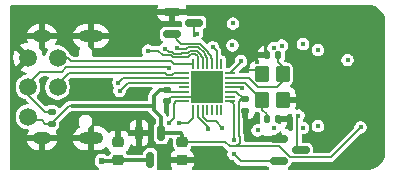
<source format=gbl>
%TF.GenerationSoftware,KiCad,Pcbnew,9.0.4*%
%TF.CreationDate,2025-08-24T10:47:50+01:00*%
%TF.ProjectId,usbc-7seg,75736263-2d37-4736-9567-2e6b69636164,rev?*%
%TF.SameCoordinates,Original*%
%TF.FileFunction,Copper,L4,Bot*%
%TF.FilePolarity,Positive*%
%FSLAX46Y46*%
G04 Gerber Fmt 4.6, Leading zero omitted, Abs format (unit mm)*
G04 Created by KiCad (PCBNEW 9.0.4) date 2025-08-24 10:47:50*
%MOMM*%
%LPD*%
G01*
G04 APERTURE LIST*
G04 Aperture macros list*
%AMRoundRect*
0 Rectangle with rounded corners*
0 $1 Rounding radius*
0 $2 $3 $4 $5 $6 $7 $8 $9 X,Y pos of 4 corners*
0 Add a 4 corners polygon primitive as box body*
4,1,4,$2,$3,$4,$5,$6,$7,$8,$9,$2,$3,0*
0 Add four circle primitives for the rounded corners*
1,1,$1+$1,$2,$3*
1,1,$1+$1,$4,$5*
1,1,$1+$1,$6,$7*
1,1,$1+$1,$8,$9*
0 Add four rect primitives between the rounded corners*
20,1,$1+$1,$2,$3,$4,$5,0*
20,1,$1+$1,$4,$5,$6,$7,0*
20,1,$1+$1,$6,$7,$8,$9,0*
20,1,$1+$1,$8,$9,$2,$3,0*%
G04 Aperture macros list end*
%TA.AperFunction,SMDPad,CuDef*%
%ADD10RoundRect,0.150000X-0.587500X-0.150000X0.587500X-0.150000X0.587500X0.150000X-0.587500X0.150000X0*%
%TD*%
%TA.AperFunction,HeatsinkPad*%
%ADD11R,2.700000X2.700000*%
%TD*%
%TA.AperFunction,SMDPad,CuDef*%
%ADD12RoundRect,0.050000X0.050000X0.362500X-0.050000X0.362500X-0.050000X-0.362500X0.050000X-0.362500X0*%
%TD*%
%TA.AperFunction,SMDPad,CuDef*%
%ADD13RoundRect,0.050000X0.362500X0.050000X-0.362500X0.050000X-0.362500X-0.050000X0.362500X-0.050000X0*%
%TD*%
%TA.AperFunction,SMDPad,CuDef*%
%ADD14RoundRect,0.140000X-0.170000X0.140000X-0.170000X-0.140000X0.170000X-0.140000X0.170000X0.140000X0*%
%TD*%
%TA.AperFunction,SMDPad,CuDef*%
%ADD15RoundRect,0.225000X0.250000X-0.225000X0.250000X0.225000X-0.250000X0.225000X-0.250000X-0.225000X0*%
%TD*%
%TA.AperFunction,SMDPad,CuDef*%
%ADD16RoundRect,0.225000X-0.250000X0.225000X-0.250000X-0.225000X0.250000X-0.225000X0.250000X0.225000X0*%
%TD*%
%TA.AperFunction,SMDPad,CuDef*%
%ADD17C,1.500000*%
%TD*%
%TA.AperFunction,SMDPad,CuDef*%
%ADD18RoundRect,0.140000X-0.140000X-0.170000X0.140000X-0.170000X0.140000X0.170000X-0.140000X0.170000X0*%
%TD*%
%TA.AperFunction,SMDPad,CuDef*%
%ADD19RoundRect,0.250000X0.350000X-0.450000X0.350000X0.450000X-0.350000X0.450000X-0.350000X-0.450000X0*%
%TD*%
%TA.AperFunction,SMDPad,CuDef*%
%ADD20RoundRect,0.150000X-0.150000X0.512500X-0.150000X-0.512500X0.150000X-0.512500X0.150000X0.512500X0*%
%TD*%
%TA.AperFunction,SMDPad,CuDef*%
%ADD21RoundRect,0.140000X0.140000X0.170000X-0.140000X0.170000X-0.140000X-0.170000X0.140000X-0.170000X0*%
%TD*%
%TA.AperFunction,SMDPad,CuDef*%
%ADD22RoundRect,0.135000X0.185000X-0.135000X0.185000X0.135000X-0.185000X0.135000X-0.185000X-0.135000X0*%
%TD*%
%TA.AperFunction,HeatsinkPad*%
%ADD23O,1.600000X1.000000*%
%TD*%
%TA.AperFunction,HeatsinkPad*%
%ADD24O,2.100000X1.000000*%
%TD*%
%TA.AperFunction,ViaPad*%
%ADD25C,0.450000*%
%TD*%
%TA.AperFunction,ViaPad*%
%ADD26C,0.600000*%
%TD*%
%TA.AperFunction,Conductor*%
%ADD27C,0.150000*%
%TD*%
%TA.AperFunction,Conductor*%
%ADD28C,0.200000*%
%TD*%
%TA.AperFunction,Conductor*%
%ADD29C,0.300000*%
%TD*%
G04 APERTURE END LIST*
D10*
%TO.P,Q1,3,D*%
%TO.N,Net-(Q1-D)*%
X142305000Y-98050000D03*
%TO.P,Q1,2,S*%
%TO.N,GND*%
X140430000Y-97100000D03*
%TO.P,Q1,1,G*%
%TO.N,/MSB_EN*%
X140430000Y-99000000D03*
%TD*%
D11*
%TO.P,U3,29,VSS*%
%TO.N,GND*%
X143430000Y-103500000D03*
D12*
%TO.P,U3,28,PB7*%
%TO.N,/LEB_B*%
X144630000Y-101537500D03*
%TO.P,U3,27,PB6*%
%TO.N,/LED_A*%
X144230000Y-101537500D03*
%TO.P,U3,26,PB5*%
%TO.N,/MSB_EN*%
X143830000Y-101537500D03*
%TO.P,U3,25,PB4*%
%TO.N,/LED_F*%
X143430000Y-101537500D03*
%TO.P,U3,24,PB3*%
%TO.N,/LED_DP1*%
X143030000Y-101537500D03*
%TO.P,U3,23,PA15*%
%TO.N,/LED_G*%
X142630000Y-101537500D03*
%TO.P,U3,22,PA14/SWCLK*%
%TO.N,/SWCLK*%
X142230000Y-101537500D03*
D13*
%TO.P,U3,21,PA13/SWDIO*%
%TO.N,/SWDIO*%
X141467500Y-102300000D03*
%TO.P,U3,20,PA12/USB_D+*%
%TO.N,/D+*%
X141467500Y-102700000D03*
%TO.P,U3,19,PA10/PA11/USB_D-*%
%TO.N,/D-*%
X141467500Y-103100000D03*
%TO.P,U3,18,PA9*%
%TO.N,unconnected-(U3-PA9-Pad18)*%
X141467500Y-103500000D03*
%TO.P,U3,17,VDD*%
%TO.N,+3.3V*%
X141467500Y-103900000D03*
%TO.P,U3,16,VSS*%
%TO.N,GND*%
X141467500Y-104300000D03*
%TO.P,U3,15,PB1*%
%TO.N,/LED_E*%
X141467500Y-104700000D03*
D12*
%TO.P,U3,14,PB0*%
%TO.N,/LED_D*%
X142230000Y-105462500D03*
%TO.P,U3,13,PA7*%
%TO.N,/LED_C*%
X142630000Y-105462500D03*
%TO.P,U3,12,PA6*%
%TO.N,/LED_DP2*%
X143030000Y-105462500D03*
%TO.P,U3,11,PA5*%
%TO.N,unconnected-(U3-PA5-Pad11)*%
X143430000Y-105462500D03*
%TO.P,U3,10,PA4*%
%TO.N,unconnected-(U3-PA4-Pad10)*%
X143830000Y-105462500D03*
%TO.P,U3,9,PA3*%
%TO.N,unconnected-(U3-PA3-Pad9)*%
X144230000Y-105462500D03*
%TO.P,U3,8,PA2*%
%TO.N,unconnected-(U3-PA2-Pad8)*%
X144630000Y-105462500D03*
D13*
%TO.P,U3,7,PA1*%
%TO.N,/LSB_EN*%
X145392500Y-104700000D03*
%TO.P,U3,6,PA0*%
%TO.N,unconnected-(U3-PA0-Pad6)*%
X145392500Y-104300000D03*
%TO.P,U3,5,VDDA*%
%TO.N,+3.3V*%
X145392500Y-103900000D03*
%TO.P,U3,4,~{RST}*%
%TO.N,/~{RST}*%
X145392500Y-103500000D03*
%TO.P,U3,3,OSC_OUT/PD1*%
%TO.N,Net-(U3-OSC_OUT{slash}PD1)*%
X145392500Y-103100000D03*
%TO.P,U3,2,OSC_IN/PD0*%
%TO.N,Net-(U3-OSC_IN{slash}PD0)*%
X145392500Y-102700000D03*
%TO.P,U3,1,BOOT0/PB8*%
%TO.N,Net-(U3-BOOT0{slash}PB8)*%
X145392500Y-102300000D03*
%TD*%
D10*
%TO.P,Q2,3,D*%
%TO.N,Net-(Q2-D)*%
X151337500Y-108800000D03*
%TO.P,Q2,2,S*%
%TO.N,GND*%
X149462500Y-107850000D03*
%TO.P,Q2,1,G*%
%TO.N,/LSB_EN*%
X149462500Y-109750000D03*
%TD*%
D14*
%TO.P,C3,2*%
%TO.N,GND*%
X140000000Y-104680000D03*
%TO.P,C3,1*%
%TO.N,+3.3V*%
X140000000Y-103720000D03*
%TD*%
D15*
%TO.P,C1,2*%
%TO.N,GND*%
X135900000Y-108125000D03*
%TO.P,C1,1*%
%TO.N,Net-(U4-VI)*%
X135900000Y-109675000D03*
%TD*%
D14*
%TO.P,C4,2*%
%TO.N,GND*%
X146630000Y-105480000D03*
%TO.P,C4,1*%
%TO.N,+3.3V*%
X146630000Y-104520000D03*
%TD*%
D16*
%TO.P,C2,2*%
%TO.N,GND*%
X141300000Y-109675000D03*
%TO.P,C2,1*%
%TO.N,+3.3V*%
X141300000Y-108125000D03*
%TD*%
D17*
%TO.P,TP5,1,1*%
%TO.N,GND*%
X128250000Y-101000000D03*
%TD*%
D18*
%TO.P,C5,2*%
%TO.N,GND*%
X149430000Y-106200000D03*
%TO.P,C5,1*%
%TO.N,Net-(U3-OSC_OUT{slash}PD1)*%
X148470000Y-106200000D03*
%TD*%
D19*
%TO.P,Y1,4,4*%
%TO.N,GND*%
X149800000Y-104600000D03*
%TO.P,Y1,3,3*%
%TO.N,Net-(U3-OSC_IN{slash}PD0)*%
X149800000Y-102400000D03*
%TO.P,Y1,2,2*%
%TO.N,GND*%
X148100000Y-102400000D03*
%TO.P,Y1,1,1*%
%TO.N,Net-(U3-OSC_OUT{slash}PD1)*%
X148100000Y-104600000D03*
%TD*%
D20*
%TO.P,U4,3,VI*%
%TO.N,Net-(U4-VI)*%
X138600000Y-109637500D03*
%TO.P,U4,2,VO*%
%TO.N,+3.3V*%
X139550000Y-107362500D03*
%TO.P,U4,1,GND*%
%TO.N,GND*%
X137650000Y-107362500D03*
%TD*%
D21*
%TO.P,C6,2*%
%TO.N,GND*%
X148470000Y-100800000D03*
%TO.P,C6,1*%
%TO.N,Net-(U3-OSC_IN{slash}PD0)*%
X149430000Y-100800000D03*
%TD*%
D17*
%TO.P,TP2,1,1*%
%TO.N,/~{RST}*%
X128250000Y-103500000D03*
%TD*%
%TO.P,TP1,1,1*%
%TO.N,+3.3V*%
X128250000Y-106000000D03*
%TD*%
D22*
%TO.P,R3,1*%
%TO.N,+3.3V*%
X130250000Y-106610000D03*
%TO.P,R3,2*%
%TO.N,/~{RST}*%
X130250000Y-105590000D03*
%TD*%
D17*
%TO.P,TP3,1,1*%
%TO.N,/SWDIO*%
X130750000Y-103500000D03*
%TD*%
%TO.P,TP4,1,1*%
%TO.N,/SWCLK*%
X130750000Y-101000000D03*
%TD*%
D23*
%TO.P,J1,S1,SHIELD*%
%TO.N,GND*%
X129425000Y-107820000D03*
D24*
X133605000Y-107820000D03*
D23*
X129425000Y-99180000D03*
D24*
X133605000Y-99180000D03*
%TD*%
D25*
%TO.N,+3.3V*%
X156400000Y-106900000D03*
%TO.N,/LSB_EN*%
X145650000Y-109150000D03*
X145650000Y-107950000D03*
%TO.N,/LED_B*%
X152800000Y-100350000D03*
X145550000Y-99950000D03*
%TO.N,/LED_A*%
X151550000Y-99850000D03*
%TO.N,Net-(Q2-D)*%
X151150000Y-105900000D03*
%TO.N,/LED_F*%
X149739921Y-99968999D03*
%TO.N,Net-(U3-BOOT0{slash}PB8)*%
X146300000Y-101300000D03*
%TO.N,/LED_DP1*%
X149034844Y-100181634D03*
%TO.N,/LED_G*%
X145600000Y-98100000D03*
%TO.N,Net-(Q1-D)*%
X142555000Y-98949000D03*
%TO.N,GND*%
X140000000Y-105400000D03*
X146576827Y-105896827D03*
X156400000Y-97600000D03*
X150174416Y-106136348D03*
X146600000Y-102100000D03*
X147661251Y-101368286D03*
D26*
%TO.N,Net-(U4-VI)*%
X134500000Y-109750000D03*
D25*
%TO.N,GND*%
X135500000Y-107000000D03*
X136250000Y-107000000D03*
X137700000Y-106300000D03*
%TO.N,/LED_DP2*%
X152800000Y-106800000D03*
%TO.N,/LED_C*%
X151525682Y-106949682D03*
%TO.N,/LED_D*%
X149080336Y-106950863D03*
%TO.N,/LED_E*%
X147680319Y-107147554D03*
%TO.N,/LED_A*%
X143900000Y-100124000D03*
%TO.N,/LED_F*%
X140900000Y-100200000D03*
%TO.N,/LED_DP1*%
X139876409Y-100223591D03*
%TO.N,/LED_G*%
X138400000Y-100400000D03*
%TO.N,/LED_C*%
X143500000Y-107000000D03*
%TO.N,/LED_DP2*%
X144712318Y-106912318D03*
%TO.N,/LED_D*%
X141000000Y-106500000D03*
%TO.N,/LED_E*%
X140200000Y-106500000D03*
%TO.N,Net-(U3-BOOT0{slash}PB8)*%
X155300000Y-101200000D03*
%TO.N,/~{RST}*%
X146400000Y-103600000D03*
X140215595Y-101884404D03*
%TO.N,/D+*%
X135900000Y-103100000D03*
%TO.N,/D-*%
X136000000Y-103800000D03*
%TD*%
D27*
%TO.N,/LED_DP2*%
X143376070Y-106351806D02*
X144151806Y-106351806D01*
X144151806Y-106351806D02*
X144712318Y-106912318D01*
X143030000Y-105462500D02*
X143030000Y-106005736D01*
X143030000Y-106005736D02*
X143376070Y-106351806D01*
%TO.N,/LED_A*%
X144230000Y-101537500D02*
X144230000Y-100454000D01*
X144230000Y-100454000D02*
X143900000Y-100124000D01*
%TO.N,/~{RST}*%
X131100000Y-102200000D02*
X131500000Y-101800000D01*
%TO.N,/D+*%
X141433096Y-102734404D02*
X141467500Y-102700000D01*
%TO.N,/LED_G*%
X142600000Y-101095000D02*
X142600000Y-100875736D01*
%TO.N,/MSB_EN*%
X142797056Y-99800000D02*
X141230000Y-99800000D01*
%TO.N,/D+*%
X139829109Y-102700000D02*
X139863513Y-102734404D01*
%TO.N,/SWDIO*%
X140577817Y-102300000D02*
X141467500Y-102300000D01*
%TO.N,/~{RST}*%
X131500000Y-101800000D02*
X140131191Y-101800000D01*
%TO.N,/D+*%
X135900000Y-103100000D02*
X136300000Y-102700000D01*
%TO.N,/LED_G*%
X141801736Y-100974000D02*
X140507273Y-100974000D01*
%TO.N,/SWDIO*%
X139987777Y-102434404D02*
X140443413Y-102434404D01*
%TO.N,/LED_DP1*%
X140457537Y-100500000D02*
X140152818Y-100500000D01*
%TO.N,/LED_G*%
X142630000Y-101125000D02*
X142600000Y-101095000D01*
%TO.N,/LED_DP1*%
X140152818Y-100500000D02*
X139876409Y-100223591D01*
%TO.N,/LED_G*%
X140507273Y-100974000D02*
X140333273Y-100800000D01*
%TO.N,/MSB_EN*%
X143764292Y-101059292D02*
X143756000Y-101059292D01*
%TO.N,/LED_G*%
X142600000Y-100875736D02*
X142424264Y-100700000D01*
X139675000Y-100800000D02*
X139275000Y-100400000D01*
%TO.N,/~{RST}*%
X140131191Y-101800000D02*
X140215595Y-101884404D01*
%TO.N,/D+*%
X136300000Y-102700000D02*
X139829109Y-102700000D01*
%TO.N,/LED_F*%
X141628208Y-100299000D02*
X140999000Y-100299000D01*
%TO.N,/SWDIO*%
X131700000Y-102300000D02*
X139853373Y-102300000D01*
%TO.N,/LED_DP1*%
X141168463Y-100674000D02*
X140631537Y-100674000D01*
X141243463Y-100599000D02*
X141168463Y-100674000D01*
X142900000Y-100890991D02*
X142900000Y-100751472D01*
%TO.N,/LED_G*%
X142424264Y-100700000D02*
X142075736Y-100700000D01*
%TO.N,/MSB_EN*%
X143731000Y-101034292D02*
X143731000Y-100872049D01*
%TO.N,/LED_DP1*%
X142548528Y-100400000D02*
X141951472Y-100400000D01*
%TO.N,/SWDIO*%
X139853373Y-102300000D02*
X139987777Y-102434404D01*
%TO.N,/MSB_EN*%
X143756000Y-101059292D02*
X143731000Y-101034292D01*
%TO.N,/LED_G*%
X142630000Y-101537500D02*
X142630000Y-101125000D01*
%TO.N,/LED_F*%
X141827208Y-100100000D02*
X141628208Y-100299000D01*
%TO.N,/SWCLK*%
X140384009Y-101275000D02*
X140646509Y-101537500D01*
%TO.N,/LED_G*%
X142075736Y-100700000D02*
X141801736Y-100974000D01*
X140333273Y-100800000D02*
X139675000Y-100800000D01*
%TO.N,/LED_DP1*%
X143030000Y-101020991D02*
X142900000Y-100890991D01*
X142900000Y-100751472D02*
X142548528Y-100400000D01*
X141951472Y-100400000D02*
X141752472Y-100599000D01*
%TO.N,/LED_G*%
X139275000Y-100400000D02*
X138400000Y-100400000D01*
%TO.N,/MSB_EN*%
X141230000Y-99800000D02*
X140430000Y-99000000D01*
%TO.N,/LED_DP1*%
X141752472Y-100599000D02*
X141243463Y-100599000D01*
X140631537Y-100674000D02*
X140457537Y-100500000D01*
%TO.N,/SWDIO*%
X130500000Y-103500000D02*
X131700000Y-102300000D01*
%TO.N,/LED_F*%
X143430000Y-101537500D02*
X143430000Y-100996727D01*
X143200000Y-100766727D02*
X143200000Y-100627208D01*
X143200000Y-100627208D02*
X142672792Y-100100000D01*
%TO.N,/LED_DP1*%
X143030000Y-101537500D02*
X143030000Y-101020991D01*
%TO.N,/LED_F*%
X142672792Y-100100000D02*
X141827208Y-100100000D01*
X140999000Y-100299000D02*
X140900000Y-100200000D01*
%TO.N,/SWDIO*%
X140443413Y-102434404D02*
X140577817Y-102300000D01*
%TO.N,/~{RST}*%
X129300000Y-102200000D02*
X131100000Y-102200000D01*
X127800000Y-103700000D02*
X129300000Y-102200000D01*
%TO.N,/MSB_EN*%
X143500000Y-100502944D02*
X142797056Y-99800000D01*
%TO.N,/LED_F*%
X143430000Y-100996727D02*
X143200000Y-100766727D01*
%TO.N,/D+*%
X139863513Y-102734404D02*
X141433096Y-102734404D01*
%TO.N,/MSB_EN*%
X143731000Y-100872049D02*
X143500000Y-100641049D01*
X143500000Y-100641049D02*
X143500000Y-100502944D01*
X143830000Y-101537500D02*
X143830000Y-101125000D01*
X143830000Y-101125000D02*
X143764292Y-101059292D01*
%TO.N,/SWCLK*%
X140646509Y-101537500D02*
X142230000Y-101537500D01*
D28*
%TO.N,+3.3V*%
X130250000Y-106610000D02*
X129710000Y-106610000D01*
X129710000Y-106610000D02*
X129400000Y-106300000D01*
%TO.N,/~{RST}*%
X129690000Y-105590000D02*
X130250000Y-105590000D01*
D27*
%TO.N,+3.3V*%
X145550000Y-108500000D02*
X145877818Y-108500000D01*
X156400000Y-106900000D02*
X153859902Y-109440098D01*
X153859902Y-109440098D02*
X150426000Y-109440098D01*
X150426000Y-109440098D02*
X149485902Y-108500000D01*
X149485902Y-108500000D02*
X145550000Y-108500000D01*
%TO.N,/LSB_EN*%
X145650000Y-109150000D02*
X146250000Y-109750000D01*
X146250000Y-109750000D02*
X149462500Y-109750000D01*
%TO.N,+3.3V*%
X146200000Y-107722182D02*
X146093388Y-107615570D01*
X145877818Y-108500000D02*
X146200000Y-108177818D01*
X146093388Y-104746613D02*
X146320001Y-104520000D01*
X146320001Y-104520000D02*
X146630000Y-104520000D01*
X141300000Y-108125000D02*
X144934264Y-108125000D01*
X144934264Y-108125000D02*
X145309264Y-108500000D01*
%TO.N,/LSB_EN*%
X145392500Y-104700000D02*
X145650000Y-104957500D01*
%TO.N,+3.3V*%
X146200000Y-108177818D02*
X146200000Y-107722182D01*
X146093388Y-107615570D02*
X146093388Y-104746613D01*
X145309264Y-108500000D02*
X145550000Y-108500000D01*
%TO.N,/LSB_EN*%
X145650000Y-104957500D02*
X145650000Y-107950000D01*
%TO.N,Net-(Q2-D)*%
X151337500Y-108800000D02*
X151037501Y-108500001D01*
X151037501Y-108500001D02*
X151037501Y-106012499D01*
X151037501Y-106012499D02*
X151150000Y-105900000D01*
%TO.N,Net-(U3-BOOT0{slash}PB8)*%
X146300000Y-101392500D02*
X146300000Y-101300000D01*
X145392500Y-102300000D02*
X146300000Y-101392500D01*
%TO.N,Net-(Q1-D)*%
X142323073Y-99118055D02*
X142385945Y-99118055D01*
X142305000Y-99099982D02*
X142323073Y-99118055D01*
X142385945Y-99118055D02*
X142555000Y-98949000D01*
X142305000Y-98050000D02*
X142305000Y-99099982D01*
%TO.N,/SWCLK*%
X130500000Y-101000000D02*
X131600000Y-101000000D01*
X131600000Y-101000000D02*
X131875000Y-101275000D01*
X131875000Y-101275000D02*
X140384009Y-101275000D01*
%TO.N,Net-(U3-OSC_OUT{slash}PD1)*%
X146600000Y-103100000D02*
X148100000Y-104600000D01*
%TO.N,Net-(U3-OSC_IN{slash}PD0)*%
X149300000Y-103500000D02*
X149800000Y-103000000D01*
%TO.N,Net-(U3-OSC_OUT{slash}PD1)*%
X145392500Y-103100000D02*
X146600000Y-103100000D01*
%TO.N,Net-(U3-OSC_IN{slash}PD0)*%
X146919906Y-102700000D02*
X147719906Y-103500000D01*
X145392500Y-102700000D02*
X146919906Y-102700000D01*
X147719906Y-103500000D02*
X149300000Y-103500000D01*
%TO.N,GND*%
X147700000Y-102000000D02*
X146700000Y-102000000D01*
X146700000Y-102000000D02*
X146600000Y-102100000D01*
D29*
%TO.N,Net-(U4-VI)*%
X134500000Y-109750000D02*
X135825000Y-109750000D01*
D27*
%TO.N,GND*%
X135900000Y-108125000D02*
X135900000Y-107400000D01*
X135900000Y-107400000D02*
X135500000Y-107000000D01*
X137650000Y-107362500D02*
X137650000Y-106350000D01*
X137650000Y-106350000D02*
X137700000Y-106300000D01*
%TO.N,/LED_C*%
X143500000Y-106900000D02*
X143500000Y-107000000D01*
X142630000Y-105462500D02*
X142630000Y-106030000D01*
X142630000Y-106030000D02*
X143500000Y-106900000D01*
D28*
%TO.N,+3.3V*%
X129400000Y-106300000D02*
X127900000Y-106300000D01*
X131700000Y-105100000D02*
X130190000Y-106610000D01*
X130190000Y-106610000D02*
X129900000Y-106610000D01*
%TO.N,/~{RST}*%
X129690000Y-105590000D02*
X127800000Y-103700000D01*
%TO.N,+3.3V*%
X131700000Y-105100000D02*
X132000000Y-105100000D01*
D29*
X138900000Y-105400000D02*
X138900000Y-105100000D01*
X138900000Y-105100000D02*
X132000000Y-105100000D01*
D27*
%TO.N,/~{RST}*%
X145392500Y-103500000D02*
X146300000Y-103500000D01*
X146300000Y-103500000D02*
X146400000Y-103600000D01*
%TO.N,+3.3V*%
X145392500Y-103900000D02*
X145900000Y-103900000D01*
X145900000Y-103900000D02*
X146520000Y-104520000D01*
%TO.N,Net-(U3-OSC_OUT{slash}PD1)*%
X148470000Y-106200000D02*
X148470000Y-105770000D01*
X148470000Y-105770000D02*
X148100000Y-105400000D01*
X148100000Y-105400000D02*
X148100000Y-104600000D01*
%TO.N,Net-(U3-OSC_IN{slash}PD0)*%
X149800000Y-102400000D02*
X149800000Y-101750000D01*
X149800000Y-101750000D02*
X149430000Y-101380000D01*
X149430000Y-101380000D02*
X149430000Y-100800000D01*
%TO.N,GND*%
X141467500Y-104300000D02*
X142630000Y-104300000D01*
%TO.N,/LED_E*%
X140600000Y-106100000D02*
X140200000Y-106500000D01*
X140600000Y-104900000D02*
X140600000Y-106100000D01*
X141467500Y-104700000D02*
X140800000Y-104700000D01*
X140800000Y-104700000D02*
X140600000Y-104900000D01*
%TO.N,/LED_D*%
X141800000Y-106500000D02*
X142230000Y-106070000D01*
X142230000Y-105462500D02*
X142230000Y-106070000D01*
X141800000Y-106500000D02*
X141000000Y-106500000D01*
D29*
%TO.N,+3.3V*%
X139550000Y-107362500D02*
X139550000Y-106050000D01*
X139550000Y-106050000D02*
X138900000Y-105400000D01*
X139385001Y-103720000D02*
X140000000Y-103720000D01*
X138900000Y-105100000D02*
X138900000Y-104205001D01*
X138900000Y-104205001D02*
X139385001Y-103720000D01*
%TO.N,Net-(U4-VI)*%
X135900000Y-109675000D02*
X138562500Y-109675000D01*
%TO.N,+3.3V*%
X141162500Y-107362500D02*
X141300000Y-107500000D01*
X139550000Y-107362500D02*
X141162500Y-107362500D01*
X141300000Y-107500000D02*
X141300000Y-108125000D01*
D27*
%TO.N,GND*%
X140000000Y-104680000D02*
X140380000Y-104300000D01*
X140380000Y-104300000D02*
X141467500Y-104300000D01*
%TO.N,+3.3V*%
X140180000Y-103900000D02*
X141467500Y-103900000D01*
%TO.N,/D-*%
X136000000Y-103800000D02*
X136700000Y-103100000D01*
X136700000Y-103100000D02*
X141467500Y-103100000D01*
%TD*%
%TA.AperFunction,Conductor*%
%TO.N,GND*%
G36*
X139202815Y-96520185D02*
G01*
X139248570Y-96572989D01*
X139258514Y-96642147D01*
X139244266Y-96682624D01*
X139244315Y-96682646D01*
X139244013Y-96683341D01*
X139242508Y-96687620D01*
X139241219Y-96689799D01*
X139195399Y-96847513D01*
X139195204Y-96849998D01*
X139195205Y-96850000D01*
X141664795Y-96850000D01*
X141664795Y-96849998D01*
X141664600Y-96847513D01*
X141618780Y-96689799D01*
X141617492Y-96687620D01*
X141617002Y-96685689D01*
X141615685Y-96682646D01*
X141616176Y-96682433D01*
X141600309Y-96619896D01*
X141622469Y-96553634D01*
X141676936Y-96509871D01*
X141724224Y-96500500D01*
X156934108Y-96500500D01*
X156995572Y-96500500D01*
X157004418Y-96500816D01*
X157204561Y-96515130D01*
X157222063Y-96517647D01*
X157413797Y-96559355D01*
X157430755Y-96564334D01*
X157579720Y-96619896D01*
X157614609Y-96632909D01*
X157630701Y-96640259D01*
X157802904Y-96734288D01*
X157817784Y-96743849D01*
X157974867Y-96861441D01*
X157988237Y-96873027D01*
X158126972Y-97011762D01*
X158138558Y-97025132D01*
X158256146Y-97182210D01*
X158265711Y-97197095D01*
X158359740Y-97369298D01*
X158367090Y-97385390D01*
X158435662Y-97569236D01*
X158440646Y-97586212D01*
X158482351Y-97777931D01*
X158484869Y-97795442D01*
X158499184Y-97995580D01*
X158499500Y-98004427D01*
X158499500Y-108981372D01*
X158499184Y-108990219D01*
X158484869Y-109190357D01*
X158482351Y-109207868D01*
X158440646Y-109399587D01*
X158435662Y-109416563D01*
X158367090Y-109600409D01*
X158359740Y-109616501D01*
X158265711Y-109788704D01*
X158256146Y-109803589D01*
X158138558Y-109960667D01*
X158126972Y-109974037D01*
X157988237Y-110112772D01*
X157974867Y-110124358D01*
X157817789Y-110241946D01*
X157802904Y-110251511D01*
X157630701Y-110345540D01*
X157614609Y-110352890D01*
X157430763Y-110421462D01*
X157413787Y-110426446D01*
X157222068Y-110468151D01*
X157204557Y-110470669D01*
X157030913Y-110483089D01*
X157004417Y-110484984D01*
X156995572Y-110485300D01*
X156934108Y-110485300D01*
X156896879Y-110495275D01*
X156864788Y-110499500D01*
X150373185Y-110499500D01*
X150306146Y-110479815D01*
X150260391Y-110427011D01*
X150250447Y-110357853D01*
X150279472Y-110294297D01*
X150299551Y-110275730D01*
X150300433Y-110275079D01*
X150372150Y-110222150D01*
X150452793Y-110112882D01*
X150487424Y-110013913D01*
X150497646Y-109984701D01*
X150497646Y-109984699D01*
X150500500Y-109954269D01*
X150500500Y-109939598D01*
X150520185Y-109872559D01*
X150572989Y-109826804D01*
X150624500Y-109815598D01*
X153909337Y-109815598D01*
X153909338Y-109815598D01*
X153980645Y-109796491D01*
X154004840Y-109790008D01*
X154090464Y-109740573D01*
X154160377Y-109670660D01*
X156369218Y-107461819D01*
X156430541Y-107428334D01*
X156456899Y-107425500D01*
X156469181Y-107425500D01*
X156469183Y-107425500D01*
X156602836Y-107389688D01*
X156722665Y-107320505D01*
X156820505Y-107222665D01*
X156889688Y-107102836D01*
X156925500Y-106969183D01*
X156925500Y-106830817D01*
X156889688Y-106697164D01*
X156831953Y-106597164D01*
X156820507Y-106577338D01*
X156820503Y-106577333D01*
X156722666Y-106479496D01*
X156722661Y-106479492D01*
X156602838Y-106410313D01*
X156602837Y-106410312D01*
X156602836Y-106410312D01*
X156469183Y-106374500D01*
X156330817Y-106374500D01*
X156197164Y-106410312D01*
X156197161Y-106410313D01*
X156077338Y-106479492D01*
X156077333Y-106479496D01*
X155979496Y-106577333D01*
X155979492Y-106577338D01*
X155910313Y-106697161D01*
X155910312Y-106697164D01*
X155874500Y-106830817D01*
X155874500Y-106843101D01*
X155854815Y-106910140D01*
X155838181Y-106930782D01*
X153740684Y-109028279D01*
X153679361Y-109061764D01*
X153653003Y-109064598D01*
X152499500Y-109064598D01*
X152432461Y-109044913D01*
X152386706Y-108992109D01*
X152375500Y-108940598D01*
X152375500Y-108595730D01*
X152372646Y-108565300D01*
X152372646Y-108565298D01*
X152327793Y-108437119D01*
X152327792Y-108437117D01*
X152295000Y-108392685D01*
X152247150Y-108327850D01*
X152137882Y-108247207D01*
X152137880Y-108247206D01*
X152009700Y-108202353D01*
X151979270Y-108199500D01*
X151979266Y-108199500D01*
X151537001Y-108199500D01*
X151469962Y-108179815D01*
X151424207Y-108127011D01*
X151413001Y-108075500D01*
X151413001Y-107599182D01*
X151432686Y-107532143D01*
X151485490Y-107486388D01*
X151537001Y-107475182D01*
X151594863Y-107475182D01*
X151594865Y-107475182D01*
X151728518Y-107439370D01*
X151848347Y-107370187D01*
X151946187Y-107272347D01*
X152015370Y-107152518D01*
X152051182Y-107018865D01*
X152051182Y-106880499D01*
X152015370Y-106746846D01*
X152006116Y-106730817D01*
X152274500Y-106730817D01*
X152274500Y-106869183D01*
X152305052Y-106983207D01*
X152310312Y-107002835D01*
X152310313Y-107002838D01*
X152379492Y-107122661D01*
X152379494Y-107122664D01*
X152379495Y-107122665D01*
X152477335Y-107220505D01*
X152477336Y-107220506D01*
X152477338Y-107220507D01*
X152502413Y-107234984D01*
X152597164Y-107289688D01*
X152730817Y-107325500D01*
X152730819Y-107325500D01*
X152869181Y-107325500D01*
X152869183Y-107325500D01*
X153002836Y-107289688D01*
X153122665Y-107220505D01*
X153220505Y-107122665D01*
X153289688Y-107002836D01*
X153325500Y-106869183D01*
X153325500Y-106730817D01*
X153289688Y-106597164D01*
X153249670Y-106527850D01*
X153220507Y-106477338D01*
X153220503Y-106477333D01*
X153122666Y-106379496D01*
X153122661Y-106379492D01*
X153002838Y-106310313D01*
X153002837Y-106310312D01*
X153002836Y-106310312D01*
X152869183Y-106274500D01*
X152730817Y-106274500D01*
X152597164Y-106310312D01*
X152597161Y-106310313D01*
X152477338Y-106379492D01*
X152477333Y-106379496D01*
X152379496Y-106477333D01*
X152379492Y-106477338D01*
X152310313Y-106597161D01*
X152310312Y-106597164D01*
X152274500Y-106730817D01*
X152006116Y-106730817D01*
X151963998Y-106657866D01*
X151946189Y-106627020D01*
X151946185Y-106627015D01*
X151848348Y-106529178D01*
X151848343Y-106529174D01*
X151728520Y-106459995D01*
X151728519Y-106459994D01*
X151636104Y-106435232D01*
X151624175Y-106432035D01*
X151564516Y-106395671D01*
X151533987Y-106332824D01*
X151542282Y-106263448D01*
X151568589Y-106224580D01*
X151570505Y-106222665D01*
X151639688Y-106102836D01*
X151675500Y-105969183D01*
X151675500Y-105830817D01*
X151639688Y-105697164D01*
X151574843Y-105584848D01*
X151570507Y-105577338D01*
X151570503Y-105577333D01*
X151472666Y-105479496D01*
X151472661Y-105479492D01*
X151352838Y-105410313D01*
X151352837Y-105410312D01*
X151352836Y-105410312D01*
X151219183Y-105374500D01*
X151080817Y-105374500D01*
X151080815Y-105374500D01*
X151030521Y-105387976D01*
X150960671Y-105386313D01*
X150902809Y-105347149D01*
X150875306Y-105282920D01*
X150880724Y-105229194D01*
X150889505Y-105202696D01*
X150889506Y-105202690D01*
X150899999Y-105099986D01*
X150900000Y-105099973D01*
X150900000Y-104850000D01*
X149924000Y-104850000D01*
X149856961Y-104830315D01*
X149811206Y-104777511D01*
X149800000Y-104726000D01*
X149800000Y-104474000D01*
X149819685Y-104406961D01*
X149872489Y-104361206D01*
X149924000Y-104350000D01*
X150899999Y-104350000D01*
X150899999Y-104100028D01*
X150899998Y-104100013D01*
X150889505Y-103997302D01*
X150834358Y-103830880D01*
X150834356Y-103830875D01*
X150742315Y-103681654D01*
X150618344Y-103557683D01*
X150618340Y-103557680D01*
X150501875Y-103485843D01*
X150455150Y-103433895D01*
X150443929Y-103364933D01*
X150471772Y-103300851D01*
X150492042Y-103281505D01*
X150542922Y-103242922D01*
X150634361Y-103122342D01*
X150689877Y-102981564D01*
X150700500Y-102893102D01*
X150700500Y-101906898D01*
X150689877Y-101818436D01*
X150634361Y-101677658D01*
X150634360Y-101677657D01*
X150634360Y-101677656D01*
X150542922Y-101557077D01*
X150422343Y-101465639D01*
X150281561Y-101410122D01*
X150235926Y-101404642D01*
X150193102Y-101399500D01*
X150193097Y-101399500D01*
X150046124Y-101399500D01*
X149979085Y-101379815D01*
X149933330Y-101327011D01*
X149923386Y-101257853D01*
X149932975Y-101224772D01*
X149938432Y-101212599D01*
X149963852Y-101178157D01*
X149980417Y-101130817D01*
X154774500Y-101130817D01*
X154774500Y-101269183D01*
X154801295Y-101369182D01*
X154810312Y-101402835D01*
X154810313Y-101402838D01*
X154879492Y-101522661D01*
X154879494Y-101522664D01*
X154879495Y-101522665D01*
X154977335Y-101620505D01*
X154977336Y-101620506D01*
X154977338Y-101620507D01*
X155018385Y-101644205D01*
X155097164Y-101689688D01*
X155230817Y-101725500D01*
X155230819Y-101725500D01*
X155369181Y-101725500D01*
X155369183Y-101725500D01*
X155502836Y-101689688D01*
X155622665Y-101620505D01*
X155720505Y-101522665D01*
X155789688Y-101402836D01*
X155825500Y-101269183D01*
X155825500Y-101130817D01*
X155789688Y-100997164D01*
X155725394Y-100885803D01*
X155720507Y-100877338D01*
X155720503Y-100877333D01*
X155622666Y-100779496D01*
X155622661Y-100779492D01*
X155502838Y-100710313D01*
X155502837Y-100710312D01*
X155502836Y-100710312D01*
X155369183Y-100674500D01*
X155230817Y-100674500D01*
X155097164Y-100710312D01*
X155097161Y-100710313D01*
X154977338Y-100779492D01*
X154977333Y-100779496D01*
X154879496Y-100877333D01*
X154879492Y-100877338D01*
X154810313Y-100997161D01*
X154810312Y-100997164D01*
X154774500Y-101130817D01*
X149980417Y-101130817D01*
X150007710Y-101052819D01*
X150010500Y-101023066D01*
X150010500Y-100576934D01*
X150010191Y-100573641D01*
X150007710Y-100547185D01*
X150007710Y-100547181D01*
X150004966Y-100539338D01*
X150001402Y-100469559D01*
X150036129Y-100408931D01*
X150060008Y-100390991D01*
X150062586Y-100389504D01*
X150160426Y-100291664D01*
X150229609Y-100171835D01*
X150265421Y-100038182D01*
X150265421Y-99899816D01*
X150233536Y-99780817D01*
X151024500Y-99780817D01*
X151024500Y-99919183D01*
X151056825Y-100039820D01*
X151060312Y-100052835D01*
X151060313Y-100052838D01*
X151129492Y-100172661D01*
X151129494Y-100172664D01*
X151129495Y-100172665D01*
X151227335Y-100270505D01*
X151227336Y-100270506D01*
X151227338Y-100270507D01*
X151263985Y-100291665D01*
X151347164Y-100339688D01*
X151480817Y-100375500D01*
X151480819Y-100375500D01*
X151619181Y-100375500D01*
X151619183Y-100375500D01*
X151752836Y-100339688D01*
X151854804Y-100280817D01*
X152274500Y-100280817D01*
X152274500Y-100419183D01*
X152306696Y-100539338D01*
X152310312Y-100552835D01*
X152310313Y-100552838D01*
X152379492Y-100672661D01*
X152379494Y-100672664D01*
X152379495Y-100672665D01*
X152477335Y-100770505D01*
X152477336Y-100770506D01*
X152477338Y-100770507D01*
X152519964Y-100795117D01*
X152597164Y-100839688D01*
X152730817Y-100875500D01*
X152730819Y-100875500D01*
X152869181Y-100875500D01*
X152869183Y-100875500D01*
X153002836Y-100839688D01*
X153122665Y-100770505D01*
X153220505Y-100672665D01*
X153289688Y-100552836D01*
X153325500Y-100419183D01*
X153325500Y-100280817D01*
X153289688Y-100147164D01*
X153235228Y-100052836D01*
X153220507Y-100027338D01*
X153220503Y-100027333D01*
X153122666Y-99929496D01*
X153122661Y-99929492D01*
X153002838Y-99860313D01*
X153002837Y-99860312D01*
X153002836Y-99860312D01*
X152869183Y-99824500D01*
X152730817Y-99824500D01*
X152597164Y-99860312D01*
X152597161Y-99860313D01*
X152477338Y-99929492D01*
X152477333Y-99929496D01*
X152379496Y-100027333D01*
X152379492Y-100027338D01*
X152310313Y-100147161D01*
X152310312Y-100147164D01*
X152274500Y-100280817D01*
X151854804Y-100280817D01*
X151872665Y-100270505D01*
X151970505Y-100172665D01*
X152039688Y-100052836D01*
X152075500Y-99919183D01*
X152075500Y-99780817D01*
X152039688Y-99647164D01*
X152004254Y-99585791D01*
X151970507Y-99527338D01*
X151970503Y-99527333D01*
X151872666Y-99429496D01*
X151872661Y-99429492D01*
X151752838Y-99360313D01*
X151752837Y-99360312D01*
X151752836Y-99360312D01*
X151619183Y-99324500D01*
X151480817Y-99324500D01*
X151347164Y-99360312D01*
X151347161Y-99360313D01*
X151227338Y-99429492D01*
X151227333Y-99429496D01*
X151129496Y-99527333D01*
X151129492Y-99527338D01*
X151060313Y-99647161D01*
X151060312Y-99647164D01*
X151024500Y-99780817D01*
X150233536Y-99780817D01*
X150229609Y-99766163D01*
X150166084Y-99656134D01*
X150160428Y-99646337D01*
X150160424Y-99646332D01*
X150062587Y-99548495D01*
X150062582Y-99548491D01*
X149942759Y-99479312D01*
X149942758Y-99479311D01*
X149942757Y-99479311D01*
X149809104Y-99443499D01*
X149670738Y-99443499D01*
X149537085Y-99479311D01*
X149537082Y-99479312D01*
X149417259Y-99548491D01*
X149417254Y-99548495D01*
X149316790Y-99648958D01*
X149255467Y-99682442D01*
X149197019Y-99681051D01*
X149104027Y-99656134D01*
X148965661Y-99656134D01*
X148832008Y-99691946D01*
X148832005Y-99691947D01*
X148712182Y-99761126D01*
X148712177Y-99761130D01*
X148614340Y-99858967D01*
X148614336Y-99858972D01*
X148545157Y-99978795D01*
X148545156Y-99978798D01*
X148509344Y-100112451D01*
X148509344Y-100250817D01*
X148542753Y-100375499D01*
X148545156Y-100384469D01*
X148545157Y-100384472D01*
X148614336Y-100504295D01*
X148614340Y-100504300D01*
X148683681Y-100573641D01*
X148698384Y-100600568D01*
X148714977Y-100626387D01*
X148715868Y-100632587D01*
X148717166Y-100634964D01*
X148720000Y-100661322D01*
X148720000Y-100676000D01*
X148700315Y-100743039D01*
X148647511Y-100788794D01*
X148596000Y-100800000D01*
X148470000Y-100800000D01*
X148470000Y-100926000D01*
X148450315Y-100993039D01*
X148397511Y-101038794D01*
X148346000Y-101050000D01*
X147691210Y-101050000D01*
X147693352Y-101077232D01*
X147691107Y-101077408D01*
X147684851Y-101136713D01*
X147641117Y-101191203D01*
X147603465Y-101207563D01*
X147603731Y-101208364D01*
X147430880Y-101265641D01*
X147430875Y-101265643D01*
X147281654Y-101357684D01*
X147157684Y-101481654D01*
X147065643Y-101630875D01*
X147065641Y-101630880D01*
X147010494Y-101797302D01*
X147010493Y-101797309D01*
X147000000Y-101900013D01*
X147000000Y-102200500D01*
X146980315Y-102267539D01*
X146927511Y-102313294D01*
X146876000Y-102324500D01*
X146228443Y-102324500D01*
X146195246Y-102314752D01*
X146161601Y-102304942D01*
X146161520Y-102304849D01*
X146161404Y-102304815D01*
X146138753Y-102278675D01*
X146115746Y-102252224D01*
X146115700Y-102252070D01*
X146115649Y-102252011D01*
X146105739Y-102218379D01*
X146101918Y-102192155D01*
X146111731Y-102122978D01*
X146136938Y-102086598D01*
X146385105Y-101838431D01*
X146440692Y-101806339D01*
X146502834Y-101789689D01*
X146502834Y-101789688D01*
X146502836Y-101789688D01*
X146622665Y-101720505D01*
X146720505Y-101622665D01*
X146789688Y-101502836D01*
X146825500Y-101369183D01*
X146825500Y-101230817D01*
X146789688Y-101097164D01*
X146731953Y-100997164D01*
X146720507Y-100977338D01*
X146720503Y-100977333D01*
X146622666Y-100879496D01*
X146622661Y-100879492D01*
X146502838Y-100810313D01*
X146502837Y-100810312D01*
X146502836Y-100810312D01*
X146369183Y-100774500D01*
X146230817Y-100774500D01*
X146097164Y-100810312D01*
X146097161Y-100810313D01*
X145977338Y-100879492D01*
X145977333Y-100879496D01*
X145879496Y-100977333D01*
X145879492Y-100977338D01*
X145810313Y-101097161D01*
X145810312Y-101097164D01*
X145774500Y-101230817D01*
X145774500Y-101335600D01*
X145754815Y-101402639D01*
X145738181Y-101423281D01*
X145298282Y-101863181D01*
X145271354Y-101877884D01*
X145245536Y-101894477D01*
X145239335Y-101895368D01*
X145236959Y-101896666D01*
X145210601Y-101899500D01*
X145154500Y-101899500D01*
X145087461Y-101879815D01*
X145041706Y-101827011D01*
X145030500Y-101775500D01*
X145030500Y-101141739D01*
X145020573Y-101073608D01*
X145020573Y-101073607D01*
X144969198Y-100968517D01*
X144969196Y-100968515D01*
X144969196Y-100968514D01*
X144886485Y-100885803D01*
X144781391Y-100834426D01*
X144711622Y-100824261D01*
X144648121Y-100795117D01*
X144610457Y-100736268D01*
X144605500Y-100701557D01*
X144605500Y-100549999D01*
X147691209Y-100549999D01*
X147691210Y-100550000D01*
X148220000Y-100550000D01*
X148220000Y-99995494D01*
X148219998Y-99995493D01*
X148073809Y-100037965D01*
X148073806Y-100037967D01*
X147934625Y-100120278D01*
X147934616Y-100120285D01*
X147820285Y-100234616D01*
X147820278Y-100234625D01*
X147737968Y-100373804D01*
X147737966Y-100373809D01*
X147692855Y-100529081D01*
X147692854Y-100529087D01*
X147691209Y-100549999D01*
X144605500Y-100549999D01*
X144605500Y-100404566D01*
X144605500Y-100404565D01*
X144604695Y-100401562D01*
X144601025Y-100387865D01*
X144585614Y-100330347D01*
X144579910Y-100309063D01*
X144579910Y-100309062D01*
X144569086Y-100290315D01*
X144530475Y-100223438D01*
X144461819Y-100154782D01*
X144428787Y-100095461D01*
X144425500Y-100081470D01*
X144425500Y-100054817D01*
X144389688Y-99921164D01*
X144366394Y-99880817D01*
X145024500Y-99880817D01*
X145024500Y-100019183D01*
X145058792Y-100147161D01*
X145060312Y-100152835D01*
X145060313Y-100152838D01*
X145129492Y-100272661D01*
X145129494Y-100272664D01*
X145129495Y-100272665D01*
X145227335Y-100370505D01*
X145227336Y-100370506D01*
X145227338Y-100370507D01*
X145281138Y-100401568D01*
X145347164Y-100439688D01*
X145480817Y-100475500D01*
X145480819Y-100475500D01*
X145619181Y-100475500D01*
X145619183Y-100475500D01*
X145752836Y-100439688D01*
X145872665Y-100370505D01*
X145970505Y-100272665D01*
X146039688Y-100152836D01*
X146075500Y-100019183D01*
X146075500Y-99880817D01*
X146039688Y-99747164D01*
X145987132Y-99656134D01*
X145970507Y-99627338D01*
X145970503Y-99627333D01*
X145872666Y-99529496D01*
X145872661Y-99529492D01*
X145752838Y-99460313D01*
X145752837Y-99460312D01*
X145752836Y-99460312D01*
X145619183Y-99424500D01*
X145480817Y-99424500D01*
X145347164Y-99460312D01*
X145347161Y-99460313D01*
X145227338Y-99529492D01*
X145227333Y-99529496D01*
X145129496Y-99627333D01*
X145129492Y-99627338D01*
X145060313Y-99747161D01*
X145060312Y-99747164D01*
X145024500Y-99880817D01*
X144366394Y-99880817D01*
X144321516Y-99803086D01*
X144320507Y-99801338D01*
X144320503Y-99801333D01*
X144222666Y-99703496D01*
X144222661Y-99703492D01*
X144102838Y-99634313D01*
X144102837Y-99634312D01*
X144102836Y-99634312D01*
X143969183Y-99598500D01*
X143830817Y-99598500D01*
X143697164Y-99634312D01*
X143697161Y-99634313D01*
X143577338Y-99703492D01*
X143492142Y-99788688D01*
X143430818Y-99822172D01*
X143361127Y-99817188D01*
X143316780Y-99788687D01*
X143027619Y-99499526D01*
X143027618Y-99499525D01*
X142990069Y-99477846D01*
X142941855Y-99427279D01*
X142928633Y-99358671D01*
X142954601Y-99293807D01*
X142964376Y-99282793D01*
X142975505Y-99271665D01*
X143044688Y-99151836D01*
X143080500Y-99018183D01*
X143080500Y-98879817D01*
X143044688Y-98746164D01*
X143044685Y-98746160D01*
X143044159Y-98744194D01*
X143045822Y-98674344D01*
X143084984Y-98616481D01*
X143104182Y-98603678D01*
X143105380Y-98602793D01*
X143105382Y-98602793D01*
X143214650Y-98522150D01*
X143295293Y-98412882D01*
X143336957Y-98293814D01*
X143340146Y-98284701D01*
X143340146Y-98284699D01*
X143343000Y-98254269D01*
X143343000Y-98030817D01*
X145074500Y-98030817D01*
X145074500Y-98169183D01*
X145105453Y-98284699D01*
X145110312Y-98302835D01*
X145110313Y-98302838D01*
X145179492Y-98422661D01*
X145179494Y-98422664D01*
X145179495Y-98422665D01*
X145277335Y-98520505D01*
X145277336Y-98520506D01*
X145277338Y-98520507D01*
X145280184Y-98522150D01*
X145397164Y-98589688D01*
X145530817Y-98625500D01*
X145530819Y-98625500D01*
X145669181Y-98625500D01*
X145669183Y-98625500D01*
X145802836Y-98589688D01*
X145922665Y-98520505D01*
X146020505Y-98422665D01*
X146089688Y-98302836D01*
X146125500Y-98169183D01*
X146125500Y-98030817D01*
X146089688Y-97897164D01*
X146020505Y-97777335D01*
X145922665Y-97679495D01*
X145922664Y-97679494D01*
X145922661Y-97679492D01*
X145802838Y-97610313D01*
X145802837Y-97610312D01*
X145802836Y-97610312D01*
X145669183Y-97574500D01*
X145530817Y-97574500D01*
X145397164Y-97610312D01*
X145397161Y-97610313D01*
X145277338Y-97679492D01*
X145277333Y-97679496D01*
X145179496Y-97777333D01*
X145179492Y-97777338D01*
X145110313Y-97897161D01*
X145110312Y-97897164D01*
X145074500Y-98030817D01*
X143343000Y-98030817D01*
X143343000Y-97845730D01*
X143340146Y-97815300D01*
X143340146Y-97815298D01*
X143295293Y-97687119D01*
X143295292Y-97687117D01*
X143214650Y-97577850D01*
X143105382Y-97497207D01*
X143105380Y-97497206D01*
X142977200Y-97452353D01*
X142946770Y-97449500D01*
X142946766Y-97449500D01*
X141791107Y-97449500D01*
X141724068Y-97429815D01*
X141678313Y-97377011D01*
X141675605Y-97361694D01*
X141664795Y-97350000D01*
X140680000Y-97350000D01*
X140680000Y-97900000D01*
X141083134Y-97900000D01*
X141083149Y-97899999D01*
X141119981Y-97897100D01*
X141120703Y-97896969D01*
X141121111Y-97897011D01*
X141126308Y-97896603D01*
X141126383Y-97897566D01*
X141190189Y-97904278D01*
X141244693Y-97947994D01*
X141266910Y-98014237D01*
X141267000Y-98018948D01*
X141267000Y-98254266D01*
X141268861Y-98274118D01*
X141268901Y-98274537D01*
X141255560Y-98343121D01*
X141207258Y-98393605D01*
X141139330Y-98409961D01*
X141104495Y-98403156D01*
X141102204Y-98402354D01*
X141102199Y-98402353D01*
X141071770Y-98399500D01*
X141071766Y-98399500D01*
X139788234Y-98399500D01*
X139788230Y-98399500D01*
X139757800Y-98402353D01*
X139757798Y-98402353D01*
X139629619Y-98447206D01*
X139629617Y-98447207D01*
X139520350Y-98527850D01*
X139439707Y-98637117D01*
X139439706Y-98637119D01*
X139394853Y-98765298D01*
X139394853Y-98765300D01*
X139392000Y-98795730D01*
X139392000Y-99204269D01*
X139394853Y-99234699D01*
X139394853Y-99234701D01*
X139438808Y-99360313D01*
X139439707Y-99362882D01*
X139488869Y-99429495D01*
X139520351Y-99472151D01*
X139634214Y-99556185D01*
X139676465Y-99611832D01*
X139681924Y-99681488D01*
X139648857Y-99743038D01*
X139622582Y-99763342D01*
X139553744Y-99803085D01*
X139455905Y-99900924D01*
X139455901Y-99900929D01*
X139420354Y-99962500D01*
X139369787Y-100010715D01*
X139312967Y-100024500D01*
X138819032Y-100024500D01*
X138751993Y-100004815D01*
X138731351Y-99988181D01*
X138722666Y-99979496D01*
X138722661Y-99979492D01*
X138602838Y-99910313D01*
X138602837Y-99910312D01*
X138602836Y-99910312D01*
X138469183Y-99874500D01*
X138330817Y-99874500D01*
X138197164Y-99910312D01*
X138197161Y-99910313D01*
X138077338Y-99979492D01*
X138077333Y-99979496D01*
X137979496Y-100077333D01*
X137979492Y-100077338D01*
X137910313Y-100197161D01*
X137910312Y-100197164D01*
X137874500Y-100330817D01*
X137874500Y-100469183D01*
X137910126Y-100602139D01*
X137910312Y-100602835D01*
X137910315Y-100602842D01*
X137974203Y-100713501D01*
X137990676Y-100781401D01*
X137967823Y-100847428D01*
X137912902Y-100890618D01*
X137866816Y-100899500D01*
X133784830Y-100899500D01*
X133717791Y-100879815D01*
X133672036Y-100827011D01*
X133662092Y-100757853D01*
X133665055Y-100743407D01*
X133666968Y-100736268D01*
X133680500Y-100685766D01*
X133680500Y-100534234D01*
X133641281Y-100387865D01*
X133634141Y-100375499D01*
X133631129Y-100370281D01*
X133565515Y-100256635D01*
X133458365Y-100149485D01*
X133444654Y-100141569D01*
X133416998Y-100125601D01*
X133368784Y-100075033D01*
X133355000Y-100018215D01*
X133355000Y-99480000D01*
X133855000Y-99480000D01*
X133855000Y-100180000D01*
X134253492Y-100180000D01*
X134253495Y-100179999D01*
X134446681Y-100141572D01*
X134446693Y-100141569D01*
X134628671Y-100066192D01*
X134628684Y-100066185D01*
X134792462Y-99956751D01*
X134792466Y-99956748D01*
X134931748Y-99817466D01*
X134931751Y-99817462D01*
X135041185Y-99653684D01*
X135041192Y-99653671D01*
X135116569Y-99471692D01*
X135116569Y-99471690D01*
X135124862Y-99430000D01*
X134321988Y-99430000D01*
X134339205Y-99420060D01*
X134395060Y-99364205D01*
X134434556Y-99295796D01*
X134455000Y-99219496D01*
X134455000Y-99140504D01*
X134434556Y-99064204D01*
X134395060Y-98995795D01*
X134339205Y-98939940D01*
X134321988Y-98930000D01*
X135124862Y-98930000D01*
X135116569Y-98888309D01*
X135116569Y-98888307D01*
X135041192Y-98706328D01*
X135041185Y-98706315D01*
X134931751Y-98542537D01*
X134931748Y-98542533D01*
X134792466Y-98403251D01*
X134792462Y-98403248D01*
X134628684Y-98293814D01*
X134628671Y-98293807D01*
X134446693Y-98218430D01*
X134446681Y-98218427D01*
X134253495Y-98180000D01*
X133855000Y-98180000D01*
X133855000Y-98880000D01*
X133355000Y-98880000D01*
X133355000Y-98180000D01*
X132956504Y-98180000D01*
X132763318Y-98218427D01*
X132763306Y-98218430D01*
X132581328Y-98293807D01*
X132581315Y-98293814D01*
X132417537Y-98403248D01*
X132417533Y-98403251D01*
X132278251Y-98542533D01*
X132278248Y-98542537D01*
X132168814Y-98706315D01*
X132168807Y-98706328D01*
X132093430Y-98888307D01*
X132093430Y-98888309D01*
X132085138Y-98930000D01*
X132888012Y-98930000D01*
X132870795Y-98939940D01*
X132814940Y-98995795D01*
X132775444Y-99064204D01*
X132755000Y-99140504D01*
X132755000Y-99219496D01*
X132775444Y-99295796D01*
X132814940Y-99364205D01*
X132870795Y-99420060D01*
X132888012Y-99430000D01*
X132085138Y-99430000D01*
X132093430Y-99471690D01*
X132093430Y-99471692D01*
X132168807Y-99653671D01*
X132168814Y-99653684D01*
X132278248Y-99817462D01*
X132278251Y-99817466D01*
X132417533Y-99956748D01*
X132417537Y-99956751D01*
X132581315Y-100066185D01*
X132581328Y-100066192D01*
X132590838Y-100070131D01*
X132645243Y-100113970D01*
X132667310Y-100180264D01*
X132650033Y-100247963D01*
X132646350Y-100253405D01*
X132568719Y-100387863D01*
X132538030Y-100502400D01*
X132529500Y-100534234D01*
X132529500Y-100685766D01*
X132542837Y-100735542D01*
X132544945Y-100743407D01*
X132543282Y-100813257D01*
X132504119Y-100871119D01*
X132439891Y-100898623D01*
X132425170Y-100899500D01*
X132081900Y-100899500D01*
X132052459Y-100890855D01*
X132022473Y-100884332D01*
X132017457Y-100880577D01*
X132014861Y-100879815D01*
X131994223Y-100863185D01*
X131830563Y-100699526D01*
X131830562Y-100699525D01*
X131777679Y-100668993D01*
X131729465Y-100618426D01*
X131725120Y-100609059D01*
X131680943Y-100502405D01*
X131565975Y-100330342D01*
X131419657Y-100184024D01*
X131321537Y-100118463D01*
X131247598Y-100069059D01*
X131240676Y-100066192D01*
X131056420Y-99989870D01*
X131056412Y-99989868D01*
X130853469Y-99949500D01*
X130853465Y-99949500D01*
X130646535Y-99949500D01*
X130645515Y-99949500D01*
X130578476Y-99929815D01*
X130532721Y-99877011D01*
X130522777Y-99807853D01*
X130542413Y-99756609D01*
X130611185Y-99653684D01*
X130611192Y-99653671D01*
X130686569Y-99471692D01*
X130686569Y-99471690D01*
X130694862Y-99430000D01*
X129891988Y-99430000D01*
X129909205Y-99420060D01*
X129965060Y-99364205D01*
X130004556Y-99295796D01*
X130025000Y-99219496D01*
X130025000Y-99140504D01*
X130004556Y-99064204D01*
X129965060Y-98995795D01*
X129909205Y-98939940D01*
X129891988Y-98930000D01*
X130694862Y-98930000D01*
X130686569Y-98888309D01*
X130686569Y-98888307D01*
X130611192Y-98706328D01*
X130611185Y-98706315D01*
X130501751Y-98542537D01*
X130501748Y-98542533D01*
X130362466Y-98403251D01*
X130362462Y-98403248D01*
X130198684Y-98293814D01*
X130198671Y-98293807D01*
X130016693Y-98218430D01*
X130016681Y-98218427D01*
X129823495Y-98180000D01*
X129675000Y-98180000D01*
X129675000Y-98880000D01*
X129175000Y-98880000D01*
X129175000Y-98180000D01*
X129026504Y-98180000D01*
X128833318Y-98218427D01*
X128833306Y-98218430D01*
X128651328Y-98293807D01*
X128651315Y-98293814D01*
X128487537Y-98403248D01*
X128487533Y-98403251D01*
X128348251Y-98542533D01*
X128348248Y-98542537D01*
X128238814Y-98706315D01*
X128238807Y-98706328D01*
X128163430Y-98888307D01*
X128163430Y-98888309D01*
X128155138Y-98930000D01*
X128958012Y-98930000D01*
X128940795Y-98939940D01*
X128884940Y-98995795D01*
X128845444Y-99064204D01*
X128825000Y-99140504D01*
X128825000Y-99219496D01*
X128845444Y-99295796D01*
X128884940Y-99364205D01*
X128940795Y-99420060D01*
X128958012Y-99430000D01*
X128155138Y-99430000D01*
X128163430Y-99471690D01*
X128163430Y-99471692D01*
X128210691Y-99585791D01*
X128218160Y-99655260D01*
X128186884Y-99717739D01*
X128126795Y-99753391D01*
X128115528Y-99755716D01*
X127957294Y-99780778D01*
X127770161Y-99841582D01*
X127594863Y-99930899D01*
X127594859Y-99930902D01*
X127559873Y-99956320D01*
X127559872Y-99956320D01*
X128339095Y-100735542D01*
X128372580Y-100796865D01*
X128367596Y-100866556D01*
X128339096Y-100910904D01*
X128250000Y-101000000D01*
X128339095Y-101089095D01*
X128372580Y-101150418D01*
X128367596Y-101220110D01*
X128339095Y-101264457D01*
X127559873Y-102043677D01*
X127559873Y-102043678D01*
X127594858Y-102069096D01*
X127770164Y-102158418D01*
X127957294Y-102219221D01*
X127957295Y-102219222D01*
X128021319Y-102229362D01*
X128084454Y-102259291D01*
X128121386Y-102318602D01*
X128120388Y-102388465D01*
X128081779Y-102446698D01*
X128026114Y-102473452D01*
X127943585Y-102489868D01*
X127943579Y-102489870D01*
X127752403Y-102569058D01*
X127580342Y-102684024D01*
X127434024Y-102830342D01*
X127319058Y-103002403D01*
X127239870Y-103193579D01*
X127239868Y-103193587D01*
X127199500Y-103396530D01*
X127199500Y-103603469D01*
X127239868Y-103806412D01*
X127239870Y-103806420D01*
X127296149Y-103942290D01*
X127319059Y-103997598D01*
X127361150Y-104060592D01*
X127434024Y-104169657D01*
X127580342Y-104315975D01*
X127580345Y-104315977D01*
X127752402Y-104430941D01*
X127943580Y-104510130D01*
X128031716Y-104527661D01*
X128048470Y-104536425D01*
X128066949Y-104540445D01*
X128091985Y-104559187D01*
X128093623Y-104560044D01*
X128095203Y-104561596D01*
X128271426Y-104737819D01*
X128304911Y-104799142D01*
X128299927Y-104868834D01*
X128258055Y-104924767D01*
X128192591Y-104949184D01*
X128183745Y-104949500D01*
X128146530Y-104949500D01*
X127943587Y-104989868D01*
X127943579Y-104989870D01*
X127752403Y-105069058D01*
X127580342Y-105184024D01*
X127434024Y-105330342D01*
X127319058Y-105502403D01*
X127239870Y-105693579D01*
X127239868Y-105693587D01*
X127199500Y-105896530D01*
X127199500Y-106103469D01*
X127239868Y-106306412D01*
X127239870Y-106306420D01*
X127316661Y-106491810D01*
X127319059Y-106497598D01*
X127340949Y-106530359D01*
X127434024Y-106669657D01*
X127580342Y-106815975D01*
X127580345Y-106815977D01*
X127752402Y-106930941D01*
X127943580Y-107010130D01*
X128110092Y-107043251D01*
X128146530Y-107050499D01*
X128146534Y-107050500D01*
X128204485Y-107050500D01*
X128271524Y-107070185D01*
X128317279Y-107122989D01*
X128327223Y-107192147D01*
X128307587Y-107243391D01*
X128238814Y-107346315D01*
X128238807Y-107346328D01*
X128163430Y-107528307D01*
X128163430Y-107528309D01*
X128155138Y-107570000D01*
X128958012Y-107570000D01*
X128940795Y-107579940D01*
X128884940Y-107635795D01*
X128845444Y-107704204D01*
X128825000Y-107780504D01*
X128825000Y-107859496D01*
X128845444Y-107935796D01*
X128884940Y-108004205D01*
X128940795Y-108060060D01*
X128958012Y-108070000D01*
X128155138Y-108070000D01*
X128163430Y-108111690D01*
X128163430Y-108111692D01*
X128238807Y-108293671D01*
X128238814Y-108293684D01*
X128348248Y-108457462D01*
X128348251Y-108457466D01*
X128487533Y-108596748D01*
X128487537Y-108596751D01*
X128651315Y-108706185D01*
X128651328Y-108706192D01*
X128833306Y-108781569D01*
X128833318Y-108781572D01*
X129026504Y-108819999D01*
X129026508Y-108820000D01*
X129175000Y-108820000D01*
X129175000Y-108120000D01*
X129675000Y-108120000D01*
X129675000Y-108820000D01*
X129823492Y-108820000D01*
X129823495Y-108819999D01*
X130016681Y-108781572D01*
X130016693Y-108781569D01*
X130198671Y-108706192D01*
X130198684Y-108706185D01*
X130362462Y-108596751D01*
X130362466Y-108596748D01*
X130501748Y-108457466D01*
X130501751Y-108457462D01*
X130611185Y-108293684D01*
X130611192Y-108293671D01*
X130686569Y-108111692D01*
X130686569Y-108111690D01*
X130694862Y-108070000D01*
X129891988Y-108070000D01*
X129909205Y-108060060D01*
X129965060Y-108004205D01*
X130004556Y-107935796D01*
X130025000Y-107859496D01*
X130025000Y-107780504D01*
X130004556Y-107704204D01*
X129965060Y-107635795D01*
X129909205Y-107579940D01*
X129891988Y-107570000D01*
X130694862Y-107570000D01*
X130686569Y-107528309D01*
X130686569Y-107528307D01*
X130611192Y-107346328D01*
X130611187Y-107346319D01*
X130590627Y-107315550D01*
X130569748Y-107248873D01*
X130588231Y-107181492D01*
X130635790Y-107137025D01*
X130640785Y-107134383D01*
X130640794Y-107134381D01*
X130746423Y-107056423D01*
X130824381Y-106950794D01*
X130848565Y-106881680D01*
X130867741Y-106826881D01*
X130867741Y-106826879D01*
X130868763Y-106815977D01*
X130870500Y-106797457D01*
X130870499Y-106547253D01*
X130890183Y-106480215D01*
X130906813Y-106459578D01*
X131791644Y-105574747D01*
X131852965Y-105541264D01*
X131911417Y-105542655D01*
X131940691Y-105550500D01*
X138395107Y-105550500D01*
X138462146Y-105570185D01*
X138502493Y-105612498D01*
X138539511Y-105676614D01*
X138539513Y-105676616D01*
X139063181Y-106200284D01*
X139077884Y-106227211D01*
X139094477Y-106253030D01*
X139095368Y-106259230D01*
X139096666Y-106261607D01*
X139099500Y-106287965D01*
X139099500Y-106457711D01*
X139079815Y-106524750D01*
X139075271Y-106531344D01*
X138997207Y-106637118D01*
X138997206Y-106637119D01*
X138952353Y-106765298D01*
X138952353Y-106765300D01*
X138949500Y-106795730D01*
X138949500Y-107929269D01*
X138952353Y-107959699D01*
X138952353Y-107959701D01*
X138992874Y-108075500D01*
X138997207Y-108087882D01*
X139077850Y-108197150D01*
X139187118Y-108277793D01*
X139229845Y-108292744D01*
X139315299Y-108322646D01*
X139345730Y-108325500D01*
X139345734Y-108325500D01*
X139754270Y-108325500D01*
X139784699Y-108322646D01*
X139784701Y-108322646D01*
X139848790Y-108300219D01*
X139912882Y-108277793D01*
X140022150Y-108197150D01*
X140102793Y-108087882D01*
X140141419Y-107977495D01*
X140147646Y-107959701D01*
X140147646Y-107959699D01*
X140150771Y-107926380D01*
X140152026Y-107926497D01*
X140152405Y-107925401D01*
X140151536Y-107919353D01*
X140163681Y-107892758D01*
X140173223Y-107865135D01*
X140178022Y-107861355D01*
X140180561Y-107855797D01*
X140205154Y-107839991D01*
X140228117Y-107821911D01*
X140235510Y-107820483D01*
X140239339Y-107818023D01*
X140274274Y-107813000D01*
X140400500Y-107813000D01*
X140467539Y-107832685D01*
X140513294Y-107885489D01*
X140524500Y-107937000D01*
X140524500Y-108391144D01*
X140529825Y-108435494D01*
X140534640Y-108475588D01*
X140587636Y-108609976D01*
X140646390Y-108687454D01*
X140671213Y-108752765D01*
X140656785Y-108821129D01*
X140612688Y-108867914D01*
X140597273Y-108877422D01*
X140597267Y-108877427D01*
X140477427Y-108997267D01*
X140477424Y-108997271D01*
X140388457Y-109141507D01*
X140388452Y-109141518D01*
X140335144Y-109302393D01*
X140325000Y-109401677D01*
X140325000Y-109425000D01*
X142274999Y-109425000D01*
X142274999Y-109401692D01*
X142274998Y-109401677D01*
X142264855Y-109302392D01*
X142211547Y-109141518D01*
X142211542Y-109141507D01*
X142122575Y-108997271D01*
X142122572Y-108997267D01*
X142002731Y-108877426D01*
X141987314Y-108867917D01*
X141980724Y-108860590D01*
X141971737Y-108856547D01*
X141957745Y-108835043D01*
X141940590Y-108815969D01*
X141939007Y-108806242D01*
X141933633Y-108797982D01*
X141933488Y-108772325D01*
X141929369Y-108747006D01*
X141933284Y-108736106D01*
X141933240Y-108728114D01*
X141943554Y-108707523D01*
X141947721Y-108695927D01*
X141950478Y-108691582D01*
X142012364Y-108609975D01*
X142028908Y-108568020D01*
X142035239Y-108558048D01*
X142052990Y-108542490D01*
X142067482Y-108523866D01*
X142078777Y-108519891D01*
X142087785Y-108511997D01*
X142111128Y-108508506D01*
X142133390Y-108500673D01*
X142139930Y-108500500D01*
X144727365Y-108500500D01*
X144794404Y-108520185D01*
X144815046Y-108536819D01*
X145008789Y-108730562D01*
X145078702Y-108800475D01*
X145101018Y-108813359D01*
X145149232Y-108863927D01*
X145162454Y-108932534D01*
X145158791Y-108952838D01*
X145138577Y-109028279D01*
X145124500Y-109080817D01*
X145124500Y-109219183D01*
X145145975Y-109299327D01*
X145160312Y-109352835D01*
X145160313Y-109352838D01*
X145229492Y-109472661D01*
X145229494Y-109472664D01*
X145229495Y-109472665D01*
X145327335Y-109570505D01*
X145447164Y-109639688D01*
X145580817Y-109675500D01*
X145593101Y-109675500D01*
X145660140Y-109695185D01*
X145680782Y-109711819D01*
X145949525Y-109980562D01*
X146019438Y-110050475D01*
X146105062Y-110099910D01*
X146144541Y-110110489D01*
X146144542Y-110110489D01*
X146156380Y-110113661D01*
X146200564Y-110125500D01*
X146200565Y-110125500D01*
X148418921Y-110125500D01*
X148485960Y-110145185D01*
X148504237Y-110159516D01*
X148512186Y-110167053D01*
X148552850Y-110222150D01*
X148631589Y-110280262D01*
X148637131Y-110285516D01*
X148651003Y-110309387D01*
X148667699Y-110331377D01*
X148668309Y-110339167D01*
X148672237Y-110345926D01*
X148671000Y-110373509D01*
X148673158Y-110401034D01*
X148669458Y-110407919D01*
X148669109Y-110415726D01*
X148653156Y-110438263D01*
X148640090Y-110462583D01*
X148633258Y-110466374D01*
X148628742Y-110472754D01*
X148603134Y-110483089D01*
X148578996Y-110496484D01*
X148566517Y-110497868D01*
X148563950Y-110498905D01*
X148561451Y-110498430D01*
X148551815Y-110499500D01*
X142254221Y-110499500D01*
X142187182Y-110479815D01*
X142141427Y-110427011D01*
X142131483Y-110357853D01*
X142148682Y-110310403D01*
X142211545Y-110208486D01*
X142211547Y-110208481D01*
X142264855Y-110047606D01*
X142274999Y-109948322D01*
X142275000Y-109948309D01*
X142275000Y-109925000D01*
X140325001Y-109925000D01*
X140325001Y-109948322D01*
X140335144Y-110047607D01*
X140388452Y-110208481D01*
X140388454Y-110208486D01*
X140451318Y-110310403D01*
X140469758Y-110377795D01*
X140448836Y-110444459D01*
X140395194Y-110489229D01*
X140345779Y-110499500D01*
X139279750Y-110499500D01*
X139212711Y-110479815D01*
X139166956Y-110427011D01*
X139157012Y-110357853D01*
X139162709Y-110334545D01*
X139197645Y-110234701D01*
X139197646Y-110234699D01*
X139200500Y-110204269D01*
X139200500Y-109070730D01*
X139197646Y-109040300D01*
X139197646Y-109040298D01*
X139159778Y-108932081D01*
X139152793Y-108912118D01*
X139072150Y-108802850D01*
X138962882Y-108722207D01*
X138962880Y-108722206D01*
X138834700Y-108677353D01*
X138804270Y-108674500D01*
X138804266Y-108674500D01*
X138395734Y-108674500D01*
X138395730Y-108674500D01*
X138365300Y-108677353D01*
X138365298Y-108677353D01*
X138237119Y-108722206D01*
X138237117Y-108722207D01*
X138127850Y-108802850D01*
X138047207Y-108912117D01*
X138047206Y-108912119D01*
X138002353Y-109040298D01*
X138002353Y-109040300D01*
X137999500Y-109070730D01*
X137999500Y-109100500D01*
X137979815Y-109167539D01*
X137927011Y-109213294D01*
X137875500Y-109224500D01*
X136700097Y-109224500D01*
X136696093Y-109223324D01*
X136692020Y-109224237D01*
X136662849Y-109213562D01*
X136633058Y-109204815D01*
X136629207Y-109201252D01*
X136626405Y-109200227D01*
X136601294Y-109175426D01*
X136553610Y-109112546D01*
X136528786Y-109047235D01*
X136543214Y-108978871D01*
X136587317Y-108932081D01*
X136602731Y-108922573D01*
X136722572Y-108802732D01*
X136722575Y-108802728D01*
X136811542Y-108658492D01*
X136811547Y-108658481D01*
X136864856Y-108497606D01*
X136869712Y-108450071D01*
X136896107Y-108385379D01*
X136953288Y-108345227D01*
X137023099Y-108342363D01*
X137080751Y-108374991D01*
X137098438Y-108392678D01*
X137098447Y-108392685D01*
X137239801Y-108476281D01*
X137397514Y-108522100D01*
X137397511Y-108522100D01*
X137399998Y-108522295D01*
X137400000Y-108522295D01*
X137900000Y-108522295D01*
X137900001Y-108522295D01*
X137902486Y-108522100D01*
X138060198Y-108476281D01*
X138201552Y-108392685D01*
X138201561Y-108392678D01*
X138317678Y-108276561D01*
X138317685Y-108276552D01*
X138401282Y-108135196D01*
X138401283Y-108135193D01*
X138447099Y-107977495D01*
X138447100Y-107977489D01*
X138449999Y-107940649D01*
X138450000Y-107940634D01*
X138450000Y-107612500D01*
X137900000Y-107612500D01*
X137900000Y-108522295D01*
X137400000Y-108522295D01*
X137400000Y-107612500D01*
X136844000Y-107612500D01*
X136776961Y-107592815D01*
X136731206Y-107540011D01*
X136720000Y-107488500D01*
X136720000Y-107444695D01*
X136602732Y-107327427D01*
X136602728Y-107327424D01*
X136458492Y-107238457D01*
X136458481Y-107238452D01*
X136297606Y-107185144D01*
X136198322Y-107175000D01*
X136150000Y-107175000D01*
X136150000Y-108001000D01*
X136130315Y-108068039D01*
X136077511Y-108113794D01*
X136026000Y-108125000D01*
X135774000Y-108125000D01*
X135706961Y-108105315D01*
X135661206Y-108052511D01*
X135650000Y-108001000D01*
X135650000Y-107175000D01*
X135649999Y-107174999D01*
X135601693Y-107175000D01*
X135601675Y-107175001D01*
X135502392Y-107185144D01*
X135341518Y-107238452D01*
X135341507Y-107238457D01*
X135197272Y-107327423D01*
X135192260Y-107331387D01*
X135127464Y-107357526D01*
X135058822Y-107344484D01*
X135012249Y-107303010D01*
X134931751Y-107182537D01*
X134931748Y-107182533D01*
X134792466Y-107043251D01*
X134792462Y-107043248D01*
X134628684Y-106933814D01*
X134628671Y-106933807D01*
X134538563Y-106896484D01*
X134538562Y-106896484D01*
X134446689Y-106858429D01*
X134446681Y-106858427D01*
X134253495Y-106820000D01*
X133855000Y-106820000D01*
X133855000Y-107520000D01*
X133355000Y-107520000D01*
X133355000Y-106981784D01*
X133374685Y-106914745D01*
X133417000Y-106874397D01*
X133458365Y-106850515D01*
X133524530Y-106784350D01*
X136850000Y-106784350D01*
X136850000Y-107112500D01*
X137400000Y-107112500D01*
X137900000Y-107112500D01*
X138450000Y-107112500D01*
X138450000Y-106784365D01*
X138449999Y-106784350D01*
X138447100Y-106747510D01*
X138447099Y-106747504D01*
X138401283Y-106589806D01*
X138401282Y-106589803D01*
X138317685Y-106448447D01*
X138317678Y-106448438D01*
X138201561Y-106332321D01*
X138201552Y-106332314D01*
X138060196Y-106248717D01*
X138060193Y-106248716D01*
X137902494Y-106202900D01*
X137902497Y-106202900D01*
X137900000Y-106202703D01*
X137900000Y-107112500D01*
X137400000Y-107112500D01*
X137400000Y-106202703D01*
X137397503Y-106202900D01*
X137239806Y-106248716D01*
X137239803Y-106248717D01*
X137098447Y-106332314D01*
X137098438Y-106332321D01*
X136982321Y-106448438D01*
X136982314Y-106448447D01*
X136898717Y-106589803D01*
X136898716Y-106589806D01*
X136852900Y-106747504D01*
X136852899Y-106747510D01*
X136850000Y-106784350D01*
X133524530Y-106784350D01*
X133565515Y-106743365D01*
X133641281Y-106612135D01*
X133680500Y-106465766D01*
X133680500Y-106314234D01*
X133641281Y-106167865D01*
X133565515Y-106036635D01*
X133458365Y-105929485D01*
X133367147Y-105876820D01*
X133327136Y-105853719D01*
X133241670Y-105830819D01*
X133180766Y-105814500D01*
X133029234Y-105814500D01*
X132882863Y-105853719D01*
X132751635Y-105929485D01*
X132751632Y-105929487D01*
X132644487Y-106036632D01*
X132644485Y-106036635D01*
X132568719Y-106167863D01*
X132536539Y-106287965D01*
X132529500Y-106314234D01*
X132529500Y-106465766D01*
X132538029Y-106497596D01*
X132568719Y-106612136D01*
X132595122Y-106657866D01*
X132644485Y-106743365D01*
X132644486Y-106743366D01*
X132648549Y-106750403D01*
X132646346Y-106751674D01*
X132666959Y-106804983D01*
X132652923Y-106873428D01*
X132604112Y-106923420D01*
X132590845Y-106929866D01*
X132581324Y-106933809D01*
X132581315Y-106933814D01*
X132417537Y-107043248D01*
X132417533Y-107043251D01*
X132278251Y-107182533D01*
X132278248Y-107182537D01*
X132168814Y-107346315D01*
X132168807Y-107346328D01*
X132093430Y-107528307D01*
X132093430Y-107528309D01*
X132085138Y-107570000D01*
X132888012Y-107570000D01*
X132870795Y-107579940D01*
X132814940Y-107635795D01*
X132775444Y-107704204D01*
X132755000Y-107780504D01*
X132755000Y-107859496D01*
X132775444Y-107935796D01*
X132814940Y-108004205D01*
X132870795Y-108060060D01*
X132888012Y-108070000D01*
X132085138Y-108070000D01*
X132093430Y-108111690D01*
X132093430Y-108111692D01*
X132168807Y-108293671D01*
X132168814Y-108293684D01*
X132278248Y-108457462D01*
X132278251Y-108457466D01*
X132417533Y-108596748D01*
X132417537Y-108596751D01*
X132581315Y-108706185D01*
X132581328Y-108706192D01*
X132763306Y-108781569D01*
X132763318Y-108781572D01*
X132956504Y-108819999D01*
X132956508Y-108820000D01*
X133355000Y-108820000D01*
X133355000Y-108120000D01*
X133855000Y-108120000D01*
X133855000Y-108820000D01*
X134253492Y-108820000D01*
X134253495Y-108819999D01*
X134446681Y-108781572D01*
X134446693Y-108781569D01*
X134628671Y-108706192D01*
X134628684Y-108706185D01*
X134797528Y-108593367D01*
X134798497Y-108594817D01*
X134855165Y-108570731D01*
X134924036Y-108582502D01*
X134975610Y-108629639D01*
X134987261Y-108654887D01*
X134988450Y-108658477D01*
X134988457Y-108658492D01*
X135077424Y-108802728D01*
X135077427Y-108802732D01*
X135197268Y-108922573D01*
X135212684Y-108932082D01*
X135219273Y-108939408D01*
X135228259Y-108943451D01*
X135242250Y-108964955D01*
X135259408Y-108984031D01*
X135260990Y-108993756D01*
X135266364Y-109002015D01*
X135266508Y-109027670D01*
X135270629Y-109052994D01*
X135266712Y-109063893D01*
X135266758Y-109071884D01*
X135256445Y-109092471D01*
X135252278Y-109104070D01*
X135249503Y-109108440D01*
X135187636Y-109190025D01*
X135171091Y-109231977D01*
X135164762Y-109241950D01*
X135147010Y-109257507D01*
X135132518Y-109276134D01*
X135121221Y-109280109D01*
X135112216Y-109288002D01*
X135088873Y-109291492D01*
X135066610Y-109299327D01*
X135060070Y-109299500D01*
X134949931Y-109299500D01*
X134882892Y-109279815D01*
X134874443Y-109273875D01*
X134868709Y-109269475D01*
X134731790Y-109190426D01*
X134731786Y-109190424D01*
X134731784Y-109190423D01*
X134579057Y-109149500D01*
X134420943Y-109149500D01*
X134268216Y-109190423D01*
X134268209Y-109190426D01*
X134131290Y-109269475D01*
X134131282Y-109269481D01*
X134019481Y-109381282D01*
X134019475Y-109381290D01*
X133940426Y-109518209D01*
X133940423Y-109518216D01*
X133899500Y-109670943D01*
X133899500Y-109829057D01*
X133936667Y-109967764D01*
X133940423Y-109981783D01*
X133940426Y-109981790D01*
X134019475Y-110118709D01*
X134019479Y-110118714D01*
X134019480Y-110118716D01*
X134131284Y-110230520D01*
X134131285Y-110230521D01*
X134131287Y-110230522D01*
X134196397Y-110268113D01*
X134244612Y-110318679D01*
X134257836Y-110387286D01*
X134231868Y-110452151D01*
X134174954Y-110492680D01*
X134134397Y-110499500D01*
X126874500Y-110499500D01*
X126807461Y-110479815D01*
X126761706Y-110427011D01*
X126750500Y-110375500D01*
X126750500Y-100901617D01*
X127000000Y-100901617D01*
X127000000Y-101098382D01*
X127030778Y-101292705D01*
X127091581Y-101479835D01*
X127180905Y-101655145D01*
X127206319Y-101690125D01*
X127206320Y-101690125D01*
X127896446Y-101000000D01*
X127896446Y-100999999D01*
X127206320Y-100309872D01*
X127206320Y-100309873D01*
X127180902Y-100344859D01*
X127180899Y-100344863D01*
X127091582Y-100520161D01*
X127030778Y-100707294D01*
X127000000Y-100901617D01*
X126750500Y-100901617D01*
X126750500Y-97350001D01*
X139195204Y-97350001D01*
X139195399Y-97352486D01*
X139241218Y-97510198D01*
X139324814Y-97651552D01*
X139324821Y-97651561D01*
X139440938Y-97767678D01*
X139440947Y-97767685D01*
X139582303Y-97851282D01*
X139582306Y-97851283D01*
X139740004Y-97897099D01*
X139740010Y-97897100D01*
X139776850Y-97899999D01*
X139776866Y-97900000D01*
X140180000Y-97900000D01*
X140180000Y-97350000D01*
X139195205Y-97350000D01*
X139195204Y-97350001D01*
X126750500Y-97350001D01*
X126750500Y-96624500D01*
X126770185Y-96557461D01*
X126822989Y-96511706D01*
X126874500Y-96500500D01*
X139135776Y-96500500D01*
X139202815Y-96520185D01*
G37*
%TD.AperFunction*%
%TA.AperFunction,Conductor*%
G36*
X146823039Y-105499685D02*
G01*
X146868794Y-105552489D01*
X146880000Y-105604000D01*
X146880000Y-106258789D01*
X146900910Y-106257145D01*
X147056195Y-106212031D01*
X147195374Y-106129721D01*
X147195383Y-106129714D01*
X147309714Y-106015383D01*
X147309721Y-106015374D01*
X147392030Y-105876196D01*
X147437145Y-105720910D01*
X147437145Y-105720907D01*
X147439451Y-105691609D01*
X147464334Y-105626320D01*
X147520564Y-105584848D01*
X147581393Y-105578697D01*
X147595388Y-105580788D01*
X147618436Y-105589877D01*
X147706898Y-105600500D01*
X147727316Y-105600500D01*
X147736425Y-105601861D01*
X147760104Y-105612833D01*
X147785140Y-105620185D01*
X147797549Y-105630184D01*
X147799820Y-105631237D01*
X147800830Y-105632829D01*
X147805782Y-105636819D01*
X147895221Y-105726258D01*
X147928706Y-105787581D01*
X147924582Y-105854893D01*
X147892290Y-105947177D01*
X147892289Y-105947185D01*
X147889500Y-105976929D01*
X147889500Y-106423070D01*
X147892289Y-106452814D01*
X147892291Y-106452825D01*
X147894917Y-106460329D01*
X147898478Y-106530108D01*
X147863748Y-106590735D01*
X147801754Y-106622961D01*
X147757774Y-106621467D01*
X147757558Y-106623115D01*
X147749503Y-106622054D01*
X147749502Y-106622054D01*
X147611136Y-106622054D01*
X147477483Y-106657866D01*
X147477480Y-106657867D01*
X147357657Y-106727046D01*
X147357652Y-106727050D01*
X147259815Y-106824887D01*
X147259811Y-106824892D01*
X147190632Y-106944715D01*
X147190631Y-106944718D01*
X147154819Y-107078371D01*
X147154819Y-107216737D01*
X147185924Y-107332821D01*
X147190631Y-107350389D01*
X147190632Y-107350392D01*
X147259811Y-107470215D01*
X147259813Y-107470218D01*
X147259814Y-107470219D01*
X147357654Y-107568059D01*
X147357655Y-107568060D01*
X147357657Y-107568061D01*
X147400533Y-107592815D01*
X147477483Y-107637242D01*
X147611136Y-107673054D01*
X147611138Y-107673054D01*
X147749500Y-107673054D01*
X147749502Y-107673054D01*
X147883155Y-107637242D01*
X148002984Y-107568059D01*
X148013220Y-107557822D01*
X148074540Y-107524337D01*
X148144232Y-107529319D01*
X148191957Y-107561330D01*
X148227704Y-107600000D01*
X149212500Y-107600000D01*
X149212500Y-107552678D01*
X149232185Y-107485639D01*
X149277265Y-107446576D01*
X149276133Y-107444615D01*
X149349936Y-107402005D01*
X149403001Y-107371368D01*
X149500819Y-107273550D01*
X149562142Y-107240065D01*
X149631834Y-107245049D01*
X149687767Y-107286921D01*
X149712184Y-107352385D01*
X149712500Y-107361231D01*
X149712500Y-107726000D01*
X149692815Y-107793039D01*
X149640011Y-107838794D01*
X149588500Y-107850000D01*
X149462500Y-107850000D01*
X149462500Y-107976000D01*
X149442815Y-108043039D01*
X149390011Y-108088794D01*
X149338500Y-108100000D01*
X148216248Y-108100000D01*
X148181912Y-108120538D01*
X148150818Y-108124500D01*
X146699500Y-108124500D01*
X146632461Y-108104815D01*
X146586706Y-108052011D01*
X146575500Y-108000500D01*
X146575500Y-107672748D01*
X146575500Y-107672747D01*
X146565986Y-107637242D01*
X146549910Y-107577245D01*
X146549910Y-107577244D01*
X146500475Y-107491620D01*
X146500472Y-107491617D01*
X146500470Y-107491613D01*
X146495526Y-107485170D01*
X146498045Y-107483236D01*
X146471722Y-107435029D01*
X146468888Y-107408671D01*
X146468888Y-105604000D01*
X146471438Y-105595314D01*
X146470150Y-105586353D01*
X146481128Y-105562312D01*
X146488573Y-105536961D01*
X146495413Y-105531033D01*
X146499175Y-105522797D01*
X146521409Y-105508507D01*
X146541377Y-105491206D01*
X146551891Y-105488918D01*
X146557953Y-105485023D01*
X146592888Y-105480000D01*
X146756000Y-105480000D01*
X146823039Y-105499685D01*
G37*
%TD.AperFunction*%
%TA.AperFunction,Conductor*%
G36*
X150531513Y-105734594D02*
G01*
X150531731Y-105734588D01*
X150561408Y-105752385D01*
X150591366Y-105770213D01*
X150591463Y-105770409D01*
X150591652Y-105770522D01*
X150607041Y-105801632D01*
X150622559Y-105832734D01*
X150622587Y-105833058D01*
X150622632Y-105833148D01*
X150622611Y-105833328D01*
X150624500Y-105854590D01*
X150624500Y-105969183D01*
X150654057Y-106079492D01*
X150657776Y-106093371D01*
X150662001Y-106125464D01*
X150662001Y-107093399D01*
X150642316Y-107160438D01*
X150589512Y-107206193D01*
X150520354Y-107216137D01*
X150456798Y-107187112D01*
X150452111Y-107182748D01*
X150451552Y-107182314D01*
X150310196Y-107098717D01*
X150310193Y-107098716D01*
X150152495Y-107052900D01*
X150152489Y-107052899D01*
X150115649Y-107050000D01*
X150094460Y-107050000D01*
X150027421Y-107030315D01*
X149981666Y-106977511D01*
X149971722Y-106908353D01*
X150000747Y-106844797D01*
X150006779Y-106838319D01*
X150079714Y-106765383D01*
X150079721Y-106765374D01*
X150162031Y-106626195D01*
X150162033Y-106626190D01*
X150207144Y-106470918D01*
X150207145Y-106470912D01*
X150208790Y-106450000D01*
X149680000Y-106450000D01*
X149680000Y-106507995D01*
X149660315Y-106575034D01*
X149607511Y-106620789D01*
X149538353Y-106630733D01*
X149474797Y-106601708D01*
X149468319Y-106595676D01*
X149403002Y-106530359D01*
X149402997Y-106530355D01*
X149283174Y-106461176D01*
X149283173Y-106461175D01*
X149283172Y-106461175D01*
X149283169Y-106461174D01*
X149283166Y-106461173D01*
X149271901Y-106458154D01*
X149248126Y-106443661D01*
X149222797Y-106432094D01*
X149218705Y-106425726D01*
X149212242Y-106421787D01*
X149200075Y-106396738D01*
X149185023Y-106373316D01*
X149183477Y-106362565D01*
X149181716Y-106358939D01*
X149180000Y-106338381D01*
X149180000Y-106324000D01*
X149199685Y-106256961D01*
X149252489Y-106211206D01*
X149304000Y-106200000D01*
X149430000Y-106200000D01*
X149430000Y-106074000D01*
X149449685Y-106006961D01*
X149502489Y-105961206D01*
X149554000Y-105950000D01*
X150208790Y-105950000D01*
X150206648Y-105922768D01*
X150208720Y-105922604D01*
X150211515Y-105897717D01*
X150215133Y-105863322D01*
X150215416Y-105862968D01*
X150215467Y-105862520D01*
X150237251Y-105835746D01*
X150258850Y-105808818D01*
X150259373Y-105808556D01*
X150259563Y-105808324D01*
X150261576Y-105807457D01*
X150291198Y-105792675D01*
X150461895Y-105736753D01*
X150496406Y-105735683D01*
X150531324Y-105734482D01*
X150531513Y-105734594D01*
G37*
%TD.AperFunction*%
%TA.AperFunction,Conductor*%
G36*
X140175642Y-104699685D02*
G01*
X140221397Y-104752489D01*
X140231341Y-104821647D01*
X140228377Y-104836095D01*
X140224500Y-104850562D01*
X140224500Y-105854249D01*
X140216654Y-105880969D01*
X140212034Y-105908435D01*
X140206945Y-105914032D01*
X140204815Y-105921288D01*
X140183772Y-105939521D01*
X140165034Y-105960133D01*
X140155054Y-105964406D01*
X140152011Y-105967043D01*
X140132589Y-105974025D01*
X140124952Y-105976071D01*
X140055102Y-105974406D01*
X139997241Y-105935241D01*
X139973088Y-105888388D01*
X139969799Y-105876113D01*
X139969799Y-105876112D01*
X139910492Y-105773389D01*
X139910488Y-105773384D01*
X139761113Y-105624009D01*
X139727628Y-105562686D01*
X139732612Y-105492994D01*
X139750000Y-105467070D01*
X139750000Y-104804000D01*
X139752550Y-104795314D01*
X139751262Y-104786353D01*
X139762240Y-104762312D01*
X139769685Y-104736961D01*
X139776525Y-104731033D01*
X139780287Y-104722797D01*
X139802521Y-104708507D01*
X139822489Y-104691206D01*
X139833003Y-104688918D01*
X139839065Y-104685023D01*
X139874000Y-104680000D01*
X140108603Y-104680000D01*
X140175642Y-104699685D01*
G37*
%TD.AperFunction*%
%TA.AperFunction,Conductor*%
G36*
X129956544Y-102595185D02*
G01*
X130002299Y-102647989D01*
X130012243Y-102717147D01*
X129983218Y-102780703D01*
X129977186Y-102787181D01*
X129934025Y-102830341D01*
X129934024Y-102830342D01*
X129819058Y-103002403D01*
X129739870Y-103193579D01*
X129739868Y-103193587D01*
X129699500Y-103396530D01*
X129699500Y-103603469D01*
X129739868Y-103806412D01*
X129739870Y-103806420D01*
X129796149Y-103942290D01*
X129819059Y-103997598D01*
X129861150Y-104060592D01*
X129934024Y-104169657D01*
X130080342Y-104315975D01*
X130080345Y-104315977D01*
X130252402Y-104430941D01*
X130443580Y-104510130D01*
X130568606Y-104534999D01*
X130646530Y-104550499D01*
X130646534Y-104550500D01*
X130646535Y-104550500D01*
X130853466Y-104550500D01*
X130853467Y-104550499D01*
X131056420Y-104510130D01*
X131247598Y-104430941D01*
X131419655Y-104315977D01*
X131565977Y-104169655D01*
X131680941Y-103997598D01*
X131760130Y-103806420D01*
X131800500Y-103603465D01*
X131800500Y-103396535D01*
X131760130Y-103193580D01*
X131686880Y-103016739D01*
X131680941Y-103002401D01*
X131676473Y-102995715D01*
X131666987Y-102965422D01*
X131655890Y-102935668D01*
X131656619Y-102932313D01*
X131655594Y-102929038D01*
X131663991Y-102898427D01*
X131670742Y-102867395D01*
X131673523Y-102863679D01*
X131674078Y-102861658D01*
X131691884Y-102839152D01*
X131819219Y-102711816D01*
X131880542Y-102678334D01*
X131906899Y-102675500D01*
X135323515Y-102675500D01*
X135390554Y-102695185D01*
X135436309Y-102747989D01*
X135446253Y-102817147D01*
X135430903Y-102861499D01*
X135410312Y-102897163D01*
X135410312Y-102897164D01*
X135374500Y-103030817D01*
X135374500Y-103169183D01*
X135405697Y-103285610D01*
X135410312Y-103302835D01*
X135410313Y-103302838D01*
X135479492Y-103422661D01*
X135479496Y-103422666D01*
X135495623Y-103438793D01*
X135529108Y-103500116D01*
X135524124Y-103569808D01*
X135515330Y-103588473D01*
X135510312Y-103597163D01*
X135510312Y-103597164D01*
X135474500Y-103730817D01*
X135474500Y-103869183D01*
X135508909Y-103997598D01*
X135510312Y-104002835D01*
X135510313Y-104002838D01*
X135579492Y-104122661D01*
X135579494Y-104122664D01*
X135579495Y-104122665D01*
X135677335Y-104220505D01*
X135797164Y-104289688D01*
X135930817Y-104325500D01*
X135930819Y-104325500D01*
X136069181Y-104325500D01*
X136069183Y-104325500D01*
X136202836Y-104289688D01*
X136322665Y-104220505D01*
X136420505Y-104122665D01*
X136489688Y-104002836D01*
X136525500Y-103869183D01*
X136525500Y-103856899D01*
X136545185Y-103789860D01*
X136561819Y-103769218D01*
X136819218Y-103511819D01*
X136880541Y-103478334D01*
X136906899Y-103475500D01*
X138693036Y-103475500D01*
X138760075Y-103495185D01*
X138805830Y-103547989D01*
X138815774Y-103617147D01*
X138786749Y-103680703D01*
X138780717Y-103687181D01*
X138539513Y-103928384D01*
X138539509Y-103928390D01*
X138480201Y-104031113D01*
X138480200Y-104031118D01*
X138449500Y-104145692D01*
X138449500Y-104525500D01*
X138429815Y-104592539D01*
X138377011Y-104638294D01*
X138325500Y-104649500D01*
X131940691Y-104649500D01*
X131871981Y-104667911D01*
X131826112Y-104680201D01*
X131826109Y-104680203D01*
X131821463Y-104682886D01*
X131759462Y-104699500D01*
X131647273Y-104699500D01*
X131545413Y-104726793D01*
X131545412Y-104726793D01*
X131545410Y-104726794D01*
X131545407Y-104726795D01*
X131504245Y-104750561D01*
X131504244Y-104750562D01*
X131487455Y-104760255D01*
X131454088Y-104779519D01*
X131454085Y-104779521D01*
X130994218Y-105239387D01*
X130932895Y-105272872D01*
X130863203Y-105267888D01*
X130807270Y-105226016D01*
X130806767Y-105225340D01*
X130746423Y-105143576D01*
X130655987Y-105076832D01*
X130640794Y-105065619D01*
X130640792Y-105065618D01*
X130516880Y-105022258D01*
X130487461Y-105019500D01*
X130012546Y-105019500D01*
X129983125Y-105022258D01*
X129983116Y-105022260D01*
X129859203Y-105065619D01*
X129856889Y-105066843D01*
X129854073Y-105067415D01*
X129850436Y-105068688D01*
X129850261Y-105068189D01*
X129788419Y-105080757D01*
X129723295Y-105055445D01*
X129711279Y-105044887D01*
X129038693Y-104372300D01*
X129005208Y-104310977D01*
X129010192Y-104241285D01*
X129038694Y-104196937D01*
X129065977Y-104169655D01*
X129180941Y-103997598D01*
X129260130Y-103806420D01*
X129300500Y-103603465D01*
X129300500Y-103396535D01*
X129260130Y-103193580D01*
X129186880Y-103016739D01*
X129180941Y-103002401D01*
X129176473Y-102995715D01*
X129155594Y-102929038D01*
X129174078Y-102861658D01*
X129191884Y-102839151D01*
X129419219Y-102611816D01*
X129480541Y-102578334D01*
X129506899Y-102575500D01*
X129889505Y-102575500D01*
X129956544Y-102595185D01*
G37*
%TD.AperFunction*%
%TA.AperFunction,Conductor*%
G36*
X144469039Y-102238910D02*
G01*
X144469404Y-102237730D01*
X144478600Y-102240571D01*
X144478604Y-102240571D01*
X144478607Y-102240573D01*
X144546740Y-102250500D01*
X144555500Y-102250500D01*
X144622539Y-102270185D01*
X144668294Y-102322989D01*
X144678005Y-102355304D01*
X144679500Y-102364844D01*
X144679500Y-102383260D01*
X144689427Y-102451393D01*
X144694776Y-102462334D01*
X144697670Y-102480804D01*
X144695462Y-102497663D01*
X144698323Y-102514425D01*
X144691094Y-102539044D01*
X144692270Y-102539408D01*
X144689425Y-102548611D01*
X144679500Y-102616739D01*
X144679500Y-102783260D01*
X144689425Y-102851388D01*
X144692270Y-102860592D01*
X144689294Y-102861511D01*
X144698323Y-102914425D01*
X144691094Y-102939044D01*
X144692270Y-102939408D01*
X144689425Y-102948611D01*
X144679500Y-103016739D01*
X144679500Y-103183260D01*
X144689425Y-103251388D01*
X144692270Y-103260592D01*
X144689294Y-103261511D01*
X144698323Y-103314425D01*
X144691094Y-103339044D01*
X144692270Y-103339408D01*
X144689425Y-103348611D01*
X144679500Y-103416739D01*
X144679500Y-103583260D01*
X144689425Y-103651388D01*
X144692270Y-103660592D01*
X144689294Y-103661511D01*
X144698323Y-103714425D01*
X144691094Y-103739044D01*
X144692270Y-103739408D01*
X144689425Y-103748611D01*
X144679500Y-103816739D01*
X144679500Y-103983260D01*
X144689425Y-104051388D01*
X144692270Y-104060592D01*
X144689294Y-104061511D01*
X144698323Y-104114425D01*
X144691094Y-104139044D01*
X144692270Y-104139408D01*
X144689425Y-104148611D01*
X144679500Y-104216739D01*
X144679500Y-104383260D01*
X144689425Y-104451388D01*
X144692270Y-104460592D01*
X144689294Y-104461511D01*
X144698323Y-104514425D01*
X144697670Y-104519196D01*
X144694776Y-104537665D01*
X144689427Y-104548607D01*
X144679500Y-104616740D01*
X144679500Y-104635155D01*
X144678005Y-104644696D01*
X144667046Y-104667911D01*
X144659815Y-104692539D01*
X144652380Y-104698980D01*
X144648180Y-104707880D01*
X144626407Y-104721486D01*
X144607011Y-104738294D01*
X144595510Y-104740795D01*
X144588929Y-104744909D01*
X144577280Y-104744761D01*
X144555500Y-104749500D01*
X144546739Y-104749500D01*
X144478611Y-104759425D01*
X144469408Y-104762270D01*
X144468488Y-104759294D01*
X144415575Y-104768323D01*
X144390955Y-104761094D01*
X144390592Y-104762270D01*
X144381388Y-104759425D01*
X144313261Y-104749500D01*
X144313260Y-104749500D01*
X144146740Y-104749500D01*
X144146739Y-104749500D01*
X144078611Y-104759425D01*
X144069408Y-104762270D01*
X144068488Y-104759294D01*
X144015575Y-104768323D01*
X143990955Y-104761094D01*
X143990592Y-104762270D01*
X143981388Y-104759425D01*
X143913261Y-104749500D01*
X143913260Y-104749500D01*
X143746740Y-104749500D01*
X143746739Y-104749500D01*
X143678611Y-104759425D01*
X143669408Y-104762270D01*
X143668488Y-104759294D01*
X143615575Y-104768323D01*
X143590955Y-104761094D01*
X143590592Y-104762270D01*
X143581388Y-104759425D01*
X143513261Y-104749500D01*
X143513260Y-104749500D01*
X143346740Y-104749500D01*
X143346739Y-104749500D01*
X143278611Y-104759425D01*
X143269408Y-104762270D01*
X143268488Y-104759294D01*
X143215575Y-104768323D01*
X143190955Y-104761094D01*
X143190592Y-104762270D01*
X143181388Y-104759425D01*
X143113261Y-104749500D01*
X143113260Y-104749500D01*
X142946740Y-104749500D01*
X142946739Y-104749500D01*
X142878611Y-104759425D01*
X142869408Y-104762270D01*
X142868488Y-104759294D01*
X142815575Y-104768323D01*
X142790955Y-104761094D01*
X142790592Y-104762270D01*
X142781388Y-104759425D01*
X142713261Y-104749500D01*
X142713260Y-104749500D01*
X142546740Y-104749500D01*
X142546739Y-104749500D01*
X142478601Y-104759427D01*
X142476065Y-104760211D01*
X142472921Y-104760255D01*
X142469078Y-104760815D01*
X142469004Y-104760309D01*
X142406202Y-104761190D01*
X142346901Y-104724242D01*
X142316989Y-104661099D01*
X142324114Y-104596244D01*
X142369385Y-104481445D01*
X142380000Y-104393053D01*
X142380000Y-104206946D01*
X142369386Y-104118556D01*
X142313920Y-103977904D01*
X142222562Y-103857432D01*
X142222391Y-103857302D01*
X142222272Y-103857141D01*
X142216569Y-103851438D01*
X142217425Y-103850581D01*
X142206774Y-103836164D01*
X142188262Y-103817508D01*
X142184409Y-103805893D01*
X142180872Y-103801106D01*
X142176056Y-103784391D01*
X142175207Y-103780417D01*
X142170573Y-103748607D01*
X142166746Y-103740778D01*
X142163567Y-103725887D01*
X142165094Y-103705630D01*
X142161673Y-103685610D01*
X142168309Y-103663005D01*
X142168474Y-103660825D01*
X142167730Y-103660596D01*
X142168737Y-103657335D01*
X142168822Y-103656216D01*
X142169264Y-103655629D01*
X142170571Y-103651399D01*
X142170571Y-103651396D01*
X142170573Y-103651393D01*
X142180500Y-103583260D01*
X142180500Y-103416740D01*
X142170573Y-103348607D01*
X142170571Y-103348604D01*
X142170571Y-103348600D01*
X142167730Y-103339404D01*
X142170709Y-103338483D01*
X142161673Y-103285610D01*
X142168910Y-103260960D01*
X142167730Y-103260596D01*
X142170571Y-103251399D01*
X142170571Y-103251396D01*
X142170573Y-103251393D01*
X142180500Y-103183260D01*
X142180500Y-103016740D01*
X142170573Y-102948607D01*
X142170571Y-102948604D01*
X142170571Y-102948600D01*
X142167730Y-102939404D01*
X142170709Y-102938483D01*
X142161673Y-102885610D01*
X142168910Y-102860960D01*
X142167730Y-102860596D01*
X142170571Y-102851399D01*
X142170571Y-102851396D01*
X142170573Y-102851393D01*
X142180500Y-102783260D01*
X142180500Y-102616740D01*
X142170573Y-102548607D01*
X142170571Y-102548604D01*
X142170571Y-102548600D01*
X142167730Y-102539404D01*
X142170709Y-102538483D01*
X142161673Y-102485610D01*
X142162330Y-102480804D01*
X142165224Y-102462334D01*
X142170573Y-102451393D01*
X142180500Y-102383260D01*
X142180500Y-102364844D01*
X142181995Y-102355304D01*
X142192953Y-102332088D01*
X142200185Y-102307461D01*
X142207619Y-102301019D01*
X142211820Y-102292120D01*
X142233592Y-102278513D01*
X142252989Y-102261706D01*
X142264489Y-102259204D01*
X142271071Y-102255091D01*
X142282719Y-102255238D01*
X142304500Y-102250500D01*
X142313255Y-102250500D01*
X142313260Y-102250500D01*
X142381393Y-102240573D01*
X142381396Y-102240571D01*
X142381399Y-102240571D01*
X142390596Y-102237730D01*
X142391516Y-102240709D01*
X142444390Y-102231673D01*
X142469039Y-102238910D01*
X142469404Y-102237730D01*
X142478600Y-102240571D01*
X142478604Y-102240571D01*
X142478607Y-102240573D01*
X142546740Y-102250500D01*
X142546745Y-102250500D01*
X142713255Y-102250500D01*
X142713260Y-102250500D01*
X142781393Y-102240573D01*
X142781396Y-102240571D01*
X142781399Y-102240571D01*
X142790596Y-102237730D01*
X142791516Y-102240709D01*
X142844390Y-102231673D01*
X142869039Y-102238910D01*
X142869404Y-102237730D01*
X142878600Y-102240571D01*
X142878604Y-102240571D01*
X142878607Y-102240573D01*
X142946740Y-102250500D01*
X142946745Y-102250500D01*
X143113255Y-102250500D01*
X143113260Y-102250500D01*
X143181393Y-102240573D01*
X143181396Y-102240571D01*
X143181399Y-102240571D01*
X143190596Y-102237730D01*
X143191516Y-102240709D01*
X143244390Y-102231673D01*
X143269039Y-102238910D01*
X143269404Y-102237730D01*
X143278600Y-102240571D01*
X143278604Y-102240571D01*
X143278607Y-102240573D01*
X143346740Y-102250500D01*
X143346745Y-102250500D01*
X143513255Y-102250500D01*
X143513260Y-102250500D01*
X143581393Y-102240573D01*
X143581396Y-102240571D01*
X143581399Y-102240571D01*
X143590596Y-102237730D01*
X143591516Y-102240709D01*
X143644390Y-102231673D01*
X143669039Y-102238910D01*
X143669404Y-102237730D01*
X143678600Y-102240571D01*
X143678604Y-102240571D01*
X143678607Y-102240573D01*
X143746740Y-102250500D01*
X143746745Y-102250500D01*
X143913255Y-102250500D01*
X143913260Y-102250500D01*
X143981393Y-102240573D01*
X143981396Y-102240571D01*
X143981399Y-102240571D01*
X143990596Y-102237730D01*
X143991516Y-102240709D01*
X144044390Y-102231673D01*
X144069039Y-102238910D01*
X144069404Y-102237730D01*
X144078600Y-102240571D01*
X144078604Y-102240571D01*
X144078607Y-102240573D01*
X144146740Y-102250500D01*
X144146745Y-102250500D01*
X144313255Y-102250500D01*
X144313260Y-102250500D01*
X144381393Y-102240573D01*
X144381396Y-102240571D01*
X144381399Y-102240571D01*
X144390596Y-102237730D01*
X144391516Y-102240709D01*
X144444390Y-102231673D01*
X144469039Y-102238910D01*
G37*
%TD.AperFunction*%
%TA.AperFunction,Conductor*%
G36*
X129675000Y-100180000D02*
G01*
X129802493Y-100180000D01*
X129869532Y-100199685D01*
X129915287Y-100252489D01*
X129925231Y-100321647D01*
X129905595Y-100372890D01*
X129819059Y-100502400D01*
X129739870Y-100693579D01*
X129739868Y-100693585D01*
X129723452Y-100776114D01*
X129691067Y-100838025D01*
X129630351Y-100872599D01*
X129560581Y-100868858D01*
X129503910Y-100827992D01*
X129479362Y-100771319D01*
X129469222Y-100707295D01*
X129469221Y-100707294D01*
X129408418Y-100520164D01*
X129319094Y-100344855D01*
X129319088Y-100344846D01*
X129293771Y-100309999D01*
X129286661Y-100306376D01*
X129231961Y-100290315D01*
X129186206Y-100237511D01*
X129175000Y-100186000D01*
X129175000Y-99480000D01*
X129675000Y-99480000D01*
X129675000Y-100180000D01*
G37*
%TD.AperFunction*%
%TD*%
M02*

</source>
